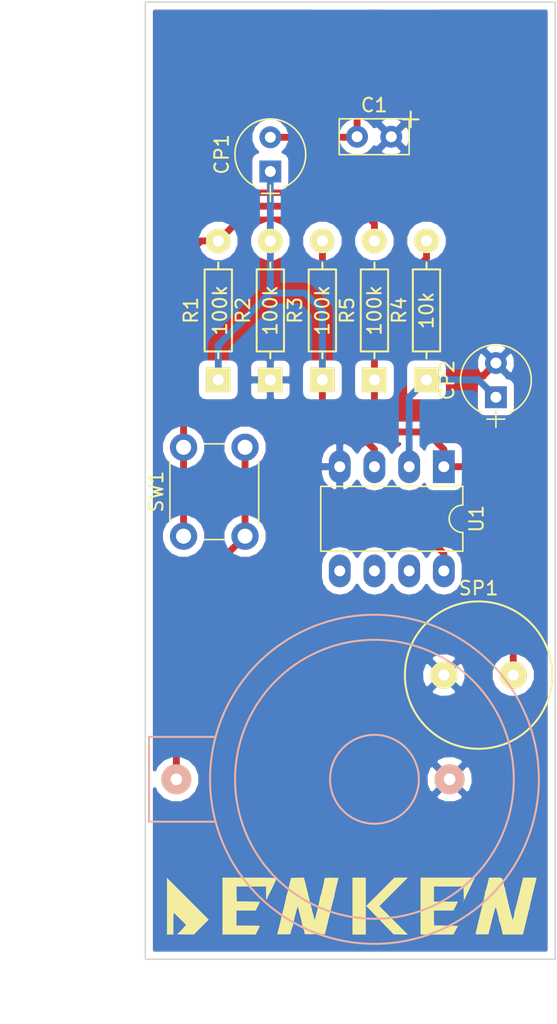
<source format=kicad_pcb>
(kicad_pcb (version 4) (host pcbnew 4.0.2-stable)

  (general
    (links 24)
    (no_connects 1)
    (area 128.594999 73.284999 158.695001 143.385001)
    (thickness 1)
    (drawings 7)
    (tracks 54)
    (zones 0)
    (modules 14)
    (nets 8)
  )

  (page A4)
  (title_block
    (title "metal detector")
    (date 2017-05-12)
    (rev 0A)
    (company ja1ydu)
  )

  (layers
    (0 F.Cu signal)
    (31 B.Cu signal)
    (36 B.SilkS user)
    (37 F.SilkS user)
    (38 B.Mask user)
    (39 F.Mask user)
    (40 Dwgs.User user)
    (41 Cmts.User user)
    (44 Edge.Cuts user)
  )

  (setup
    (last_trace_width 0.25)
    (user_trace_width 0.5)
    (trace_clearance 0.2)
    (zone_clearance 0.508)
    (zone_45_only no)
    (trace_min 0.2)
    (segment_width 0.2)
    (edge_width 0.1)
    (via_size 0.6)
    (via_drill 0.4)
    (via_min_size 0.4)
    (via_min_drill 0.3)
    (uvia_size 0.3)
    (uvia_drill 0.1)
    (uvias_allowed no)
    (uvia_min_size 0.2)
    (uvia_min_drill 0.1)
    (pcb_text_width 0.3)
    (pcb_text_size 1.5 1.5)
    (mod_edge_width 0.15)
    (mod_text_size 1 1)
    (mod_text_width 0.15)
    (pad_size 1.5 1.5)
    (pad_drill 0.6)
    (pad_to_mask_clearance 0)
    (aux_axis_origin 0 0)
    (visible_elements 7FFFFFFF)
    (pcbplotparams
      (layerselection 0x010f0_80000001)
      (usegerberextensions true)
      (excludeedgelayer true)
      (linewidth 0.100000)
      (plotframeref false)
      (viasonmask false)
      (mode 1)
      (useauxorigin false)
      (hpglpennumber 1)
      (hpglpenspeed 20)
      (hpglpendiameter 15)
      (hpglpenoverlay 2)
      (psnegative false)
      (psa4output false)
      (plotreference true)
      (plotvalue true)
      (plotinvisibletext false)
      (padsonsilk false)
      (subtractmaskfromsilk true)
      (outputformat 1)
      (mirror false)
      (drillshape 0)
      (scaleselection 1)
      (outputdirectory ""))
  )

  (net 0 "")
  (net 1 "Net-(BT1-Pad1)")
  (net 2 GND)
  (net 3 "Net-(C1-Pad1)")
  (net 4 "Net-(CP1-Pad1)")
  (net 5 "Net-(CP2-Pad1)")
  (net 6 +BATT)
  (net 7 "Net-(R3-Pad1)")

  (net_class Default "これは標準のネット クラスです。"
    (clearance 0.2)
    (trace_width 0.25)
    (via_dia 0.6)
    (via_drill 0.4)
    (uvia_dia 0.3)
    (uvia_drill 0.1)
    (add_net +BATT)
    (add_net GND)
    (add_net "Net-(BT1-Pad1)")
    (add_net "Net-(C1-Pad1)")
    (add_net "Net-(CP1-Pad1)")
    (add_net "Net-(CP2-Pad1)")
    (add_net "Net-(R3-Pad1)")
  )

  (module Denken:DENKENmicro (layer F.Cu) (tedit 0) (tstamp 59118A78)
    (at 143.764 139.446)
    (fp_text reference G*** (at 0 0) (layer F.SilkS) hide
      (effects (font (thickness 0.3)))
    )
    (fp_text value LOGO (at 0.75 0) (layer F.SilkS) hide
      (effects (font (thickness 0.3)))
    )
    (fp_poly (pts (xy -12.007488 -0.531306) (xy -10.483703 0.991954) (xy -11.567101 2.078182) (xy -12.214369 2.072825)
      (xy -12.439416 2.069637) (xy -12.620149 2.064495) (xy -12.742452 2.058015) (xy -12.792211 2.05081)
      (xy -12.788529 2.047833) (xy -12.727104 2.006329) (xy -12.623194 1.911364) (xy -12.494411 1.779615)
      (xy -12.424043 1.702753) (xy -12.132665 1.377308) (xy -12.565511 0.942654) (xy -12.728142 0.781889)
      (xy -12.868427 0.647987) (xy -12.973235 0.553132) (xy -13.029433 0.509512) (xy -13.033906 0.508)
      (xy -13.045571 0.551681) (xy -13.055629 0.672726) (xy -13.063399 0.85614) (xy -13.068203 1.086931)
      (xy -13.069454 1.293091) (xy -13.069454 2.078182) (xy -13.531272 2.078182) (xy -13.531272 -2.054566)
      (xy -12.007488 -0.531306)) (layer F.SilkS) (width 0.01))
    (fp_poly (pts (xy -7.063237 -2.077355) (xy -6.674973 -2.074992) (xy -6.326092 -2.071268) (xy -6.026021 -2.066356)
      (xy -5.784191 -2.060432) (xy -5.610028 -2.05367) (xy -5.512963 -2.046245) (xy -5.495636 -2.041392)
      (xy -5.515295 -1.990314) (xy -5.570003 -1.870188) (xy -5.653354 -1.694507) (xy -5.758946 -1.476764)
      (xy -5.880373 -1.23045) (xy -5.884737 -1.221665) (xy -6.273838 -0.438727) (xy -6.277283 -0.935181)
      (xy -6.280727 -1.431636) (xy -8.454204 -1.431636) (xy -8.441193 -0.889) (xy -8.428182 -0.346363)
      (xy -7.585363 -0.333776) (xy -7.317875 -0.328682) (xy -7.085383 -0.322153) (xy -6.90236 -0.31477)
      (xy -6.783277 -0.307112) (xy -6.742545 -0.300014) (xy -6.761507 -0.251239) (xy -6.811501 -0.142319)
      (xy -6.882191 0.00431) (xy -6.891003 0.022217) (xy -7.03946 0.323273) (xy -8.451272 0.323273)
      (xy -8.451272 1.431637) (xy -7.596909 1.431637) (xy -7.327488 1.432775) (xy -7.092967 1.435942)
      (xy -6.90772 1.440762) (xy -6.786121 1.446864) (xy -6.742545 1.453853) (xy -6.761518 1.503162)
      (xy -6.81154 1.61251) (xy -6.882263 1.759365) (xy -6.891003 1.777126) (xy -7.03946 2.078182)
      (xy -9.467272 2.078182) (xy -9.467272 -2.078181) (xy -7.481454 -2.078181) (xy -7.063237 -2.077355)) (layer F.SilkS) (width 0.01))
    (fp_poly (pts (xy -3.47093 -1.921616) (xy -3.449108 -1.837525) (xy -3.408522 -1.676213) (xy -3.352272 -1.450198)
      (xy -3.283461 -1.171996) (xy -3.205188 -0.854124) (xy -3.120555 -0.5091) (xy -3.087321 -0.373264)
      (xy -3.002785 -0.030437) (xy -2.924453 0.281644) (xy -2.855147 0.552165) (xy -2.79769 0.770315)
      (xy -2.754906 0.925282) (xy -2.729619 1.006253) (xy -2.724631 1.015675) (xy -2.707366 0.973622)
      (xy -2.673993 0.858801) (xy -2.62872 0.688544) (xy -2.575757 0.480183) (xy -2.519313 0.25105)
      (xy -2.463596 0.018477) (xy -2.412816 -0.200202) (xy -2.371182 -0.387655) (xy -2.342903 -0.526551)
      (xy -2.332188 -0.599556) (xy -2.332182 -0.600363) (xy -2.318443 -0.676692) (xy -2.308575 -0.692727)
      (xy -2.285179 -0.748851) (xy -2.248556 -0.873986) (xy -2.203346 -1.047974) (xy -2.154192 -1.250659)
      (xy -2.105735 -1.461886) (xy -2.062618 -1.661499) (xy -2.029482 -1.82934) (xy -2.010969 -1.945255)
      (xy -2.010271 -1.988022) (xy -1.996102 -2.031127) (xy -1.891034 -2.058984) (xy -1.695271 -2.071566)
      (xy -1.409016 -2.068845) (xy -1.402223 -2.06863) (xy -0.980264 -2.055091) (xy -1.136234 -1.418761)
      (xy -1.191756 -1.188128) (xy -1.237565 -0.989937) (xy -1.269866 -0.841233) (xy -1.284865 -0.759059)
      (xy -1.285316 -0.749125) (xy -1.295594 -0.681869) (xy -1.30861 -0.646545) (xy -1.326823 -0.585335)
      (xy -1.363542 -0.446198) (xy -1.415775 -0.241035) (xy -1.480531 0.018253) (xy -1.554821 0.319767)
      (xy -1.635653 0.651605) (xy -1.656775 0.738909) (xy -1.974757 2.055091) (xy -3.440132 2.055091)
      (xy -3.481537 1.858819) (xy -3.515477 1.73953) (xy -3.552264 1.669907) (xy -3.565287 1.662546)
      (xy -3.589275 1.63527) (xy -3.584746 1.625514) (xy -3.589181 1.57361) (xy -3.612216 1.450039)
      (xy -3.649675 1.272645) (xy -3.697386 1.059272) (xy -3.751174 0.827765) (xy -3.806865 0.59597)
      (xy -3.860284 0.381729) (xy -3.907259 0.202889) (xy -3.943615 0.077294) (xy -3.954167 0.046182)
      (xy -3.973041 0.064535) (xy -4.008846 0.159611) (xy -4.057441 0.318204) (xy -4.114686 0.527109)
      (xy -4.1566 0.691805) (xy -4.215449 0.936344) (xy -4.263515 1.148918) (xy -4.297454 1.313645)
      (xy -4.313918 1.414645) (xy -4.313873 1.438315) (xy -4.326292 1.481699) (xy -4.333754 1.48542)
      (xy -4.36449 1.535155) (xy -4.404848 1.64897) (xy -4.439963 1.778) (xy -4.506751 2.055091)
      (xy -4.978103 2.068252) (xy -5.17406 2.071228) (xy -5.330179 2.068849) (xy -5.427133 2.0617)
      (xy -5.449454 2.054005) (xy -5.438762 2.001137) (xy -5.409608 1.877011) (xy -5.366379 1.699862)
      (xy -5.313459 1.487926) (xy -5.310521 1.476281) (xy -5.257751 1.262141) (xy -5.215501 1.080826)
      (xy -5.187926 0.950907) (xy -5.179185 0.890951) (xy -5.179307 0.890165) (xy -5.170313 0.820068)
      (xy -5.158175 0.785091) (xy -5.134445 0.710473) (xy -5.096019 0.570514) (xy -5.047588 0.384337)
      (xy -4.993847 0.171064) (xy -4.939488 -0.05018) (xy -4.889205 -0.260274) (xy -4.847691 -0.440093)
      (xy -4.819638 -0.570516) (xy -4.809741 -0.632419) (xy -4.809904 -0.633989) (xy -4.8008 -0.703892)
      (xy -4.788575 -0.738909) (xy -4.767296 -0.807408) (xy -4.729115 -0.947063) (xy -4.678951 -1.13928)
      (xy -4.621723 -1.365466) (xy -4.605281 -1.431636) (xy -4.450986 -2.055091) (xy -3.983011 -2.068223)
      (xy -3.515036 -2.081354) (xy -3.47093 -1.921616)) (layer F.SilkS) (width 0.01))
    (fp_poly (pts (xy 1.016 2.078182) (xy 0.046182 2.078182) (xy 0.046182 -2.078181) (xy 1.016 -2.078181)
      (xy 1.016 2.078182)) (layer F.SilkS) (width 0.01))
    (fp_poly (pts (xy 3.048 -1.039091) (xy 2.009679 0) (xy 4.087091 2.081582) (xy 3.571703 2.074585)
      (xy 3.056316 2.067588) (xy 2.052937 1.028941) (xy 1.049559 -0.009705) (xy 3.116503 -2.078181)
      (xy 4.086321 -2.078181) (xy 3.048 -1.039091)) (layer F.SilkS) (width 0.01))
    (fp_poly (pts (xy 8.597818 -1.241394) (xy 8.197273 -0.404606) (xy 8.171157 -1.431636) (xy 6.003637 -1.431636)
      (xy 6.003637 -0.323272) (xy 7.759707 -0.323272) (xy 7.596909 0) (xy 7.434112 0.323273)
      (xy 6.003637 0.323273) (xy 6.003637 0.877455) (xy 6.006331 1.090751) (xy 6.013673 1.265047)
      (xy 6.024552 1.382732) (xy 6.037855 1.426194) (xy 6.038273 1.426168) (xy 6.119731 1.420975)
      (xy 6.266265 1.41882) (xy 6.461139 1.419312) (xy 6.687623 1.422056) (xy 6.928982 1.426661)
      (xy 7.168484 1.432732) (xy 7.389396 1.439878) (xy 7.574984 1.447704) (xy 7.708515 1.455818)
      (xy 7.773257 1.463828) (xy 7.776048 1.46698) (xy 7.730408 1.523133) (xy 7.660174 1.638019)
      (xy 7.580414 1.786956) (xy 7.57911 1.789546) (xy 7.433943 2.078182) (xy 5.033818 2.078182)
      (xy 5.033818 -2.078181) (xy 8.998364 -2.078181) (xy 8.597818 -1.241394)) (layer F.SilkS) (width 0.01))
    (fp_poly (pts (xy 10.728332 -2.078015) (xy 10.871817 -2.070243) (xy 10.959014 -2.043955) (xy 11.007929 -1.988243)
      (xy 11.036572 -1.892197) (xy 11.06295 -1.744907) (xy 11.063223 -1.743363) (xy 11.091498 -1.632327)
      (xy 11.123312 -1.573173) (xy 11.130635 -1.570181) (xy 11.150297 -1.533272) (xy 11.1432 -1.477818)
      (xy 11.144958 -1.402679) (xy 11.173339 -1.385454) (xy 11.206914 -1.358935) (xy 11.200755 -1.341964)
      (xy 11.205282 -1.289638) (xy 11.228945 -1.163002) (xy 11.268139 -0.977267) (xy 11.31926 -0.747644)
      (xy 11.378702 -0.489344) (xy 11.44286 -0.217578) (xy 11.508129 0.052444) (xy 11.570903 0.305512)
      (xy 11.627579 0.526413) (xy 11.67455 0.699938) (xy 11.708212 0.810876) (xy 11.715833 0.831273)
      (xy 11.735633 0.936131) (xy 11.733606 0.969819) (xy 11.74062 1.010792) (xy 11.766225 0.992909)
      (xy 11.804467 0.919788) (xy 11.844445 0.796293) (xy 11.878015 0.656501) (xy 11.897029 0.534494)
      (xy 11.893343 0.464348) (xy 11.892792 0.463394) (xy 11.895785 0.413464) (xy 11.904384 0.408036)
      (xy 11.924232 0.360816) (xy 11.962045 0.235345) (xy 12.014715 0.043302) (xy 12.079132 -0.203636)
      (xy 12.15219 -0.493792) (xy 12.230778 -0.81549) (xy 12.23735 -0.842818) (xy 12.534086 -2.078181)
      (xy 13.518531 -2.078181) (xy 13.267882 -1.050636) (xy 13.195254 -0.749462) (xy 13.13013 -0.472868)
      (xy 13.075793 -0.235334) (xy 13.035526 -0.051339) (xy 13.012614 0.064637) (xy 13.008708 0.092364)
      (xy 12.993393 0.188981) (xy 12.975631 0.230909) (xy 12.957279 0.281444) (xy 12.922194 0.406481)
      (xy 12.874432 0.590529) (xy 12.81805 0.818094) (xy 12.776117 0.992909) (xy 12.713595 1.256003)
      (xy 12.655105 1.500396) (xy 12.60543 1.706236) (xy 12.56935 1.853669) (xy 12.556433 1.905)
      (xy 12.511713 2.078182) (xy 11.054112 2.078182) (xy 10.945091 1.616364) (xy 10.897289 1.424626)
      (xy 10.854352 1.271779) (xy 10.821871 1.176677) (xy 10.808113 1.154546) (xy 10.783931 1.116228)
      (xy 10.779246 1.073728) (xy 10.767816 0.987493) (xy 10.738604 0.843318) (xy 10.697565 0.664957)
      (xy 10.65065 0.476168) (xy 10.603813 0.300708) (xy 10.563006 0.162331) (xy 10.534183 0.084795)
      (xy 10.529702 0.07787) (xy 10.509407 0.109543) (xy 10.471105 0.218959) (xy 10.418345 0.394049)
      (xy 10.354675 0.622743) (xy 10.283645 0.892972) (xy 10.244533 1.047688) (xy 9.993217 2.055091)
      (xy 9.522427 2.068252) (xy 9.316484 2.070035) (xy 9.159533 2.063511) (xy 9.068131 2.049737)
      (xy 9.051637 2.038237) (xy 9.062251 1.984586) (xy 9.092393 1.851992) (xy 9.139504 1.651202)
      (xy 9.201031 1.392958) (xy 9.274418 1.088004) (xy 9.35711 0.747085) (xy 9.421054 0.485061)
      (xy 9.508082 0.125112) (xy 9.586295 -0.206576) (xy 9.653322 -0.499287) (xy 9.706788 -0.742304)
      (xy 9.74432 -0.924912) (xy 9.763546 -1.036394) (xy 9.764692 -1.066651) (xy 9.765688 -1.106181)
      (xy 9.776275 -1.108388) (xy 9.801115 -1.150498) (xy 9.839473 -1.264496) (xy 9.885693 -1.431921)
      (xy 9.924844 -1.593298) (xy 10.036051 -2.078181) (xy 10.51055 -2.078181) (xy 10.728332 -2.078015)) (layer F.SilkS) (width 0.01))
    (fp_poly (pts (xy 8.174182 -0.346363) (xy 8.151091 -0.323272) (xy 8.128 -0.346363) (xy 8.151091 -0.369454)
      (xy 8.174182 -0.346363)) (layer F.SilkS) (width 0.01))
  )

  (module Denken:BS2032-C (layer B.Cu) (tedit 5770BFED) (tstamp 58F9EF2E)
    (at 145.415 130.175 270)
    (path /58F9EAA9)
    (fp_text reference BT1 (at 0 -13.97 270) (layer B.SilkS) hide
      (effects (font (size 1 1) (thickness 0.15)) (justify mirror))
    )
    (fp_text value Battery (at 0 17.78 270) (layer B.Fab) hide
      (effects (font (size 1 1) (thickness 0.15)) (justify mirror))
    )
    (fp_line (start 3.1 11.7) (end 3.1 16.5) (layer B.SilkS) (width 0.15))
    (fp_line (start 3.1 16.5) (end -3.1 16.5) (layer B.SilkS) (width 0.15))
    (fp_line (start -3.1 16.5) (end -3.1 11.7) (layer B.SilkS) (width 0.15))
    (fp_circle (center 0 0) (end 11.45 -3.7) (layer B.SilkS) (width 0.15))
    (fp_circle (center 0 0) (end 10.2 0.1) (layer B.SilkS) (width 0.15))
    (fp_circle (center 0 0) (end 3.25 0.03) (layer B.SilkS) (width 0.15))
    (pad 1 thru_hole circle (at 0 14.5 270) (size 2.2 2.2) (drill 0.85) (layers *.Cu *.Mask B.SilkS)
      (net 1 "Net-(BT1-Pad1)"))
    (pad 2 thru_hole circle (at 0 -5.5 270) (size 2.2 2.2) (drill 0.85) (layers *.Cu *.Mask B.SilkS)
      (net 2 GND))
  )

  (module Capacitors_ThroughHole:C_Disc_D5.0mm_W2.5mm_P2.50mm (layer F.Cu) (tedit 58765D06) (tstamp 58F9EF34)
    (at 144.145 83.185)
    (descr "C, Disc series, Radial, pin pitch=2.50mm, , diameter*width=5*2.5mm^2, Capacitor, http://cdn-reichelt.de/documents/datenblatt/B300/DS_KERKO_TC.pdf")
    (tags "C Disc series Radial pin pitch 2.50mm  diameter 5mm width 2.5mm Capacitor")
    (path /58B1137A)
    (fp_text reference C1 (at 1.25 -2.31) (layer F.SilkS)
      (effects (font (size 1 1) (thickness 0.15)))
    )
    (fp_text value 4700p (at 1.25 2.31) (layer F.Fab)
      (effects (font (size 1 1) (thickness 0.15)))
    )
    (fp_line (start -1.25 -1.25) (end -1.25 1.25) (layer F.Fab) (width 0.1))
    (fp_line (start -1.25 1.25) (end 3.75 1.25) (layer F.Fab) (width 0.1))
    (fp_line (start 3.75 1.25) (end 3.75 -1.25) (layer F.Fab) (width 0.1))
    (fp_line (start 3.75 -1.25) (end -1.25 -1.25) (layer F.Fab) (width 0.1))
    (fp_line (start -1.31 -1.31) (end 3.81 -1.31) (layer F.SilkS) (width 0.12))
    (fp_line (start -1.31 1.31) (end 3.81 1.31) (layer F.SilkS) (width 0.12))
    (fp_line (start -1.31 -1.31) (end -1.31 1.31) (layer F.SilkS) (width 0.12))
    (fp_line (start 3.81 -1.31) (end 3.81 1.31) (layer F.SilkS) (width 0.12))
    (fp_line (start -1.6 -1.6) (end -1.6 1.6) (layer F.CrtYd) (width 0.05))
    (fp_line (start -1.6 1.6) (end 4.1 1.6) (layer F.CrtYd) (width 0.05))
    (fp_line (start 4.1 1.6) (end 4.1 -1.6) (layer F.CrtYd) (width 0.05))
    (fp_line (start 4.1 -1.6) (end -1.6 -1.6) (layer F.CrtYd) (width 0.05))
    (pad 1 thru_hole circle (at 0 0) (size 1.6 1.6) (drill 0.8) (layers *.Cu *.Mask)
      (net 3 "Net-(C1-Pad1)"))
    (pad 2 thru_hole circle (at 2.5 0) (size 1.6 1.6) (drill 0.8) (layers *.Cu *.Mask)
      (net 2 GND))
    (model Capacitors_THT.3dshapes/C_Disc_D5.0mm_W2.5mm_P2.50mm.wrl
      (at (xyz 0 0 0))
      (scale (xyz 0.393701 0.393701 0.393701))
      (rotate (xyz 0 0 0))
    )
  )

  (module Capacitors_ThroughHole:CP_Radial_Tantal_D5.0mm_P2.50mm (layer F.Cu) (tedit 58765D06) (tstamp 58F9EF3A)
    (at 137.795 85.725 90)
    (descr "CP, Radial_Tantal series, Radial, pin pitch=2.50mm, , diameter=5.0mm, Tantal Electrolytic Capacitor, http://cdn-reichelt.de/documents/datenblatt/B300/TANTAL-TB-Serie%23.pdf")
    (tags "CP Radial_Tantal series Radial pin pitch 2.50mm  diameter 5.0mm Tantal Electrolytic Capacitor")
    (path /58B1159B)
    (fp_text reference CP1 (at 1.25 -3.56 90) (layer F.SilkS)
      (effects (font (size 1 1) (thickness 0.15)))
    )
    (fp_text value 10u (at 1.25 3.56 90) (layer F.Fab)
      (effects (font (size 1 1) (thickness 0.15)))
    )
    (fp_arc (start 1.25 0) (end -1.147436 -0.98) (angle 135.5) (layer F.SilkS) (width 0.12))
    (fp_arc (start 1.25 0) (end -1.147436 0.98) (angle -135.5) (layer F.SilkS) (width 0.12))
    (fp_arc (start 1.25 0) (end 3.647436 -0.98) (angle 44.5) (layer F.SilkS) (width 0.12))
    (fp_circle (center 1.25 0) (end 3.75 0) (layer F.Fab) (width 0.1))
    (fp_line (start -2.2 0) (end -1 0) (layer F.Fab) (width 0.1))
    (fp_line (start -1.6 -0.65) (end -1.6 0.65) (layer F.Fab) (width 0.1))
    (fp_line (start -2.2 0) (end -1 0) (layer F.SilkS) (width 0.12))
    (fp_line (start -1.6 -0.65) (end -1.6 0.65) (layer F.SilkS) (width 0.12))
    (fp_line (start -1.6 -2.85) (end -1.6 2.85) (layer F.CrtYd) (width 0.05))
    (fp_line (start -1.6 2.85) (end 4.1 2.85) (layer F.CrtYd) (width 0.05))
    (fp_line (start 4.1 2.85) (end 4.1 -2.85) (layer F.CrtYd) (width 0.05))
    (fp_line (start 4.1 -2.85) (end -1.6 -2.85) (layer F.CrtYd) (width 0.05))
    (pad 1 thru_hole rect (at 0 0 90) (size 1.6 1.6) (drill 0.8) (layers *.Cu *.Mask)
      (net 4 "Net-(CP1-Pad1)"))
    (pad 2 thru_hole circle (at 2.5 0 90) (size 1.6 1.6) (drill 0.8) (layers *.Cu *.Mask)
      (net 3 "Net-(C1-Pad1)"))
    (model Capacitors_THT.3dshapes/CP_Radial_Tantal_D5.0mm_P2.50mm.wrl
      (at (xyz 0 0 0))
      (scale (xyz 0.393701 0.393701 0.393701))
      (rotate (xyz 0 0 0))
    )
  )

  (module Capacitors_ThroughHole:CP_Radial_Tantal_D5.0mm_P2.50mm (layer F.Cu) (tedit 58765D06) (tstamp 58F9EF40)
    (at 154.305 102.235 90)
    (descr "CP, Radial_Tantal series, Radial, pin pitch=2.50mm, , diameter=5.0mm, Tantal Electrolytic Capacitor, http://cdn-reichelt.de/documents/datenblatt/B300/TANTAL-TB-Serie%23.pdf")
    (tags "CP Radial_Tantal series Radial pin pitch 2.50mm  diameter 5.0mm Tantal Electrolytic Capacitor")
    (path /58B13DDD)
    (fp_text reference CP2 (at 1.25 -3.56 90) (layer F.SilkS)
      (effects (font (size 1 1) (thickness 0.15)))
    )
    (fp_text value 4.7u (at 1.25 3.56 90) (layer F.Fab)
      (effects (font (size 1 1) (thickness 0.15)))
    )
    (fp_arc (start 1.25 0) (end -1.147436 -0.98) (angle 135.5) (layer F.SilkS) (width 0.12))
    (fp_arc (start 1.25 0) (end -1.147436 0.98) (angle -135.5) (layer F.SilkS) (width 0.12))
    (fp_arc (start 1.25 0) (end 3.647436 -0.98) (angle 44.5) (layer F.SilkS) (width 0.12))
    (fp_circle (center 1.25 0) (end 3.75 0) (layer F.Fab) (width 0.1))
    (fp_line (start -2.2 0) (end -1 0) (layer F.Fab) (width 0.1))
    (fp_line (start -1.6 -0.65) (end -1.6 0.65) (layer F.Fab) (width 0.1))
    (fp_line (start -2.2 0) (end -1 0) (layer F.SilkS) (width 0.12))
    (fp_line (start -1.6 -0.65) (end -1.6 0.65) (layer F.SilkS) (width 0.12))
    (fp_line (start -1.6 -2.85) (end -1.6 2.85) (layer F.CrtYd) (width 0.05))
    (fp_line (start -1.6 2.85) (end 4.1 2.85) (layer F.CrtYd) (width 0.05))
    (fp_line (start 4.1 2.85) (end 4.1 -2.85) (layer F.CrtYd) (width 0.05))
    (fp_line (start 4.1 -2.85) (end -1.6 -2.85) (layer F.CrtYd) (width 0.05))
    (pad 1 thru_hole rect (at 0 0 90) (size 1.6 1.6) (drill 0.8) (layers *.Cu *.Mask)
      (net 5 "Net-(CP2-Pad1)"))
    (pad 2 thru_hole circle (at 2.5 0 90) (size 1.6 1.6) (drill 0.8) (layers *.Cu *.Mask)
      (net 2 GND))
    (model Capacitors_THT.3dshapes/CP_Radial_Tantal_D5.0mm_P2.50mm.wrl
      (at (xyz 0 0 0))
      (scale (xyz 0.393701 0.393701 0.393701))
      (rotate (xyz 0 0 0))
    )
  )

  (module Denken:LED (layer F.Cu) (tedit 57F5B586) (tstamp 58F9EF46)
    (at 145.415 76.835 90)
    (path /58B117A5)
    (fp_text reference INDUCTOR1 (at 0 5.08 90) (layer F.SilkS) hide
      (effects (font (size 1 1) (thickness 0.15)))
    )
    (fp_text value 100uH (at -5.08 0 90) (layer F.Fab)
      (effects (font (size 1 1) (thickness 0.15)))
    )
    (fp_text user + (at -5.08 2.54 90) (layer F.SilkS)
      (effects (font (size 1.5 1.5) (thickness 0.15)))
    )
    (pad 1 smd rect (at 0 -2.54 90) (size 5 3) (layers F.Cu F.Mask)
      (net 3 "Net-(C1-Pad1)"))
    (pad 2 smd rect (at 0 2.54 90) (size 5 3) (layers F.Cu F.Mask)
      (net 2 GND))
  )

  (module Denken:Rdenkensize (layer F.Cu) (tedit 59118866) (tstamp 58F9EF4C)
    (at 133.985 95.885 270)
    (path /58B11211)
    (fp_text reference R1 (at 0 2 270) (layer F.SilkS)
      (effects (font (size 1 1) (thickness 0.15)))
    )
    (fp_text value 100k (at 0 -0.127 270) (layer F.SilkS)
      (effects (font (size 1 1) (thickness 0.15)))
    )
    (fp_line (start 3 0) (end 3.5 0) (layer F.SilkS) (width 0.15))
    (fp_line (start -3 0) (end -3.5 0) (layer F.SilkS) (width 0.15))
    (fp_line (start 3 1) (end -3 1) (layer F.SilkS) (width 0.15))
    (fp_line (start -3 1) (end -3 -1) (layer F.SilkS) (width 0.15))
    (fp_line (start 3 -1) (end 3 1) (layer F.SilkS) (width 0.15))
    (fp_line (start -3 -1) (end 3 -1) (layer F.SilkS) (width 0.15))
    (pad 1 thru_hole circle (at -5.08 0 270) (size 1.8 1.8) (drill 0.8) (layers *.Cu *.Mask F.SilkS)
      (net 6 +BATT))
    (pad 2 thru_hole rect (at 5.08 0 270) (size 1.8 1.8) (drill 0.8) (layers *.Cu *.Mask F.SilkS)
      (net 4 "Net-(CP1-Pad1)"))
  )

  (module Denken:Rdenkensize (layer F.Cu) (tedit 59118861) (tstamp 58F9EF52)
    (at 137.795 95.885 270)
    (path /58B11238)
    (fp_text reference R2 (at 0 2 270) (layer F.SilkS)
      (effects (font (size 1 1) (thickness 0.15)))
    )
    (fp_text value 100k (at 0 0 270) (layer F.SilkS)
      (effects (font (size 1 1) (thickness 0.15)))
    )
    (fp_line (start 3 0) (end 3.5 0) (layer F.SilkS) (width 0.15))
    (fp_line (start -3 0) (end -3.5 0) (layer F.SilkS) (width 0.15))
    (fp_line (start 3 1) (end -3 1) (layer F.SilkS) (width 0.15))
    (fp_line (start -3 1) (end -3 -1) (layer F.SilkS) (width 0.15))
    (fp_line (start 3 -1) (end 3 1) (layer F.SilkS) (width 0.15))
    (fp_line (start -3 -1) (end 3 -1) (layer F.SilkS) (width 0.15))
    (pad 1 thru_hole circle (at -5.08 0 270) (size 1.8 1.8) (drill 0.8) (layers *.Cu *.Mask F.SilkS)
      (net 4 "Net-(CP1-Pad1)"))
    (pad 2 thru_hole rect (at 5.08 0 270) (size 1.8 1.8) (drill 0.8) (layers *.Cu *.Mask F.SilkS)
      (net 2 GND))
  )

  (module Denken:Rdenkensize (layer F.Cu) (tedit 59118859) (tstamp 58F9EF58)
    (at 141.605 95.885 270)
    (path /58B110D7)
    (fp_text reference R3 (at 0 2 270) (layer F.SilkS)
      (effects (font (size 1 1) (thickness 0.15)))
    )
    (fp_text value 100k (at 0 0 270) (layer F.SilkS)
      (effects (font (size 1 1) (thickness 0.15)))
    )
    (fp_line (start 3 0) (end 3.5 0) (layer F.SilkS) (width 0.15))
    (fp_line (start -3 0) (end -3.5 0) (layer F.SilkS) (width 0.15))
    (fp_line (start 3 1) (end -3 1) (layer F.SilkS) (width 0.15))
    (fp_line (start -3 1) (end -3 -1) (layer F.SilkS) (width 0.15))
    (fp_line (start 3 -1) (end 3 1) (layer F.SilkS) (width 0.15))
    (fp_line (start -3 -1) (end 3 -1) (layer F.SilkS) (width 0.15))
    (pad 1 thru_hole circle (at -5.08 0 270) (size 1.8 1.8) (drill 0.8) (layers *.Cu *.Mask F.SilkS)
      (net 7 "Net-(R3-Pad1)"))
    (pad 2 thru_hole rect (at 5.08 0 270) (size 1.8 1.8) (drill 0.8) (layers *.Cu *.Mask F.SilkS)
      (net 4 "Net-(CP1-Pad1)"))
  )

  (module Denken:Rdenkensize (layer F.Cu) (tedit 5911884D) (tstamp 58F9EF5E)
    (at 149.225 95.885 270)
    (path /58B10F7E)
    (fp_text reference R4 (at 0 2 270) (layer F.SilkS)
      (effects (font (size 1 1) (thickness 0.15)))
    )
    (fp_text value 10k (at 0 0 270) (layer F.SilkS)
      (effects (font (size 1 1) (thickness 0.15)))
    )
    (fp_line (start 3 0) (end 3.5 0) (layer F.SilkS) (width 0.15))
    (fp_line (start -3 0) (end -3.5 0) (layer F.SilkS) (width 0.15))
    (fp_line (start 3 1) (end -3 1) (layer F.SilkS) (width 0.15))
    (fp_line (start -3 1) (end -3 -1) (layer F.SilkS) (width 0.15))
    (fp_line (start 3 -1) (end 3 1) (layer F.SilkS) (width 0.15))
    (fp_line (start -3 -1) (end 3 -1) (layer F.SilkS) (width 0.15))
    (pad 1 thru_hole circle (at -5.08 0 270) (size 1.8 1.8) (drill 0.8) (layers *.Cu *.Mask F.SilkS)
      (net 7 "Net-(R3-Pad1)"))
    (pad 2 thru_hole rect (at 5.08 0 270) (size 1.8 1.8) (drill 0.8) (layers *.Cu *.Mask F.SilkS)
      (net 5 "Net-(CP2-Pad1)"))
  )

  (module Denken:Rdenkensize (layer F.Cu) (tedit 59118854) (tstamp 58F9EF64)
    (at 145.415 95.885 270)
    (path /58B10F27)
    (fp_text reference R5 (at 0 2 270) (layer F.SilkS)
      (effects (font (size 1 1) (thickness 0.15)))
    )
    (fp_text value 100k (at 0 0 270) (layer F.SilkS)
      (effects (font (size 1 1) (thickness 0.15)))
    )
    (fp_line (start 3 0) (end 3.5 0) (layer F.SilkS) (width 0.15))
    (fp_line (start -3 0) (end -3.5 0) (layer F.SilkS) (width 0.15))
    (fp_line (start 3 1) (end -3 1) (layer F.SilkS) (width 0.15))
    (fp_line (start -3 1) (end -3 -1) (layer F.SilkS) (width 0.15))
    (fp_line (start 3 -1) (end 3 1) (layer F.SilkS) (width 0.15))
    (fp_line (start -3 -1) (end 3 -1) (layer F.SilkS) (width 0.15))
    (pad 1 thru_hole circle (at -5.08 0 270) (size 1.8 1.8) (drill 0.8) (layers *.Cu *.Mask F.SilkS)
      (net 6 +BATT))
    (pad 2 thru_hole rect (at 5.08 0 270) (size 1.8 1.8) (drill 0.8) (layers *.Cu *.Mask F.SilkS)
      (net 7 "Net-(R3-Pad1)"))
  )

  (module Denken:Speaker (layer F.Cu) (tedit 5802B713) (tstamp 58F9EF6A)
    (at 153.035 122.555 180)
    (path /58B10CC6)
    (fp_text reference SP1 (at 0 6.35 180) (layer F.SilkS)
      (effects (font (size 1 1) (thickness 0.15)))
    )
    (fp_text value SPEAKER (at 0 -6.35 180) (layer F.Fab)
      (effects (font (size 1 1) (thickness 0.15)))
    )
    (fp_circle (center 0 0) (end 3.81 3.81) (layer F.SilkS) (width 0.15))
    (pad 1 thru_hole circle (at -2.54 0 180) (size 2 2) (drill 0.8) (layers *.Cu *.Mask F.SilkS)
      (net 7 "Net-(R3-Pad1)"))
    (pad 2 thru_hole circle (at 2.54 0 180) (size 2 2) (drill 0.8) (layers *.Cu *.Mask F.SilkS)
      (net 2 GND))
  )

  (module Buttons_Switches_ThroughHole:SW_PUSH_6mm_h13mm (layer F.Cu) (tedit 58134E4A) (tstamp 58F9EF72)
    (at 131.445 112.395 90)
    (descr "tactile push button, 6x6mm e.g. PHAP33xx series, height=13mm")
    (tags "tact sw push 6mm")
    (path /58B14B96)
    (fp_text reference SW1 (at 3.25 -2 90) (layer F.SilkS)
      (effects (font (size 1 1) (thickness 0.15)))
    )
    (fp_text value SW_PUSH (at 3.75 6.7 90) (layer F.Fab)
      (effects (font (size 1 1) (thickness 0.15)))
    )
    (fp_line (start 3.25 -0.75) (end 6.25 -0.75) (layer F.Fab) (width 0.1))
    (fp_line (start 6.25 -0.75) (end 6.25 5.25) (layer F.Fab) (width 0.1))
    (fp_line (start 6.25 5.25) (end 0.25 5.25) (layer F.Fab) (width 0.1))
    (fp_line (start 0.25 5.25) (end 0.25 -0.75) (layer F.Fab) (width 0.1))
    (fp_line (start 0.25 -0.75) (end 3.25 -0.75) (layer F.Fab) (width 0.1))
    (fp_line (start 7.75 6) (end 8 6) (layer F.CrtYd) (width 0.05))
    (fp_line (start 8 6) (end 8 5.75) (layer F.CrtYd) (width 0.05))
    (fp_line (start 7.75 -1.5) (end 8 -1.5) (layer F.CrtYd) (width 0.05))
    (fp_line (start 8 -1.5) (end 8 -1.25) (layer F.CrtYd) (width 0.05))
    (fp_line (start -1.5 -1.25) (end -1.5 -1.5) (layer F.CrtYd) (width 0.05))
    (fp_line (start -1.5 -1.5) (end -1.25 -1.5) (layer F.CrtYd) (width 0.05))
    (fp_line (start -1.5 5.75) (end -1.5 6) (layer F.CrtYd) (width 0.05))
    (fp_line (start -1.5 6) (end -1.25 6) (layer F.CrtYd) (width 0.05))
    (fp_line (start -1.25 -1.5) (end 7.75 -1.5) (layer F.CrtYd) (width 0.05))
    (fp_line (start -1.5 5.75) (end -1.5 -1.25) (layer F.CrtYd) (width 0.05))
    (fp_line (start 7.75 6) (end -1.25 6) (layer F.CrtYd) (width 0.05))
    (fp_line (start 8 -1.25) (end 8 5.75) (layer F.CrtYd) (width 0.05))
    (fp_line (start 1 5.5) (end 5.5 5.5) (layer F.SilkS) (width 0.12))
    (fp_line (start -0.25 1.5) (end -0.25 3) (layer F.SilkS) (width 0.12))
    (fp_line (start 5.5 -1) (end 1 -1) (layer F.SilkS) (width 0.12))
    (fp_line (start 6.75 3) (end 6.75 1.5) (layer F.SilkS) (width 0.12))
    (fp_circle (center 3.25 2.25) (end 1.25 2.5) (layer F.Fab) (width 0.1))
    (pad 2 thru_hole circle (at 0 4.5 180) (size 2 2) (drill 1.1) (layers *.Cu *.Mask)
      (net 1 "Net-(BT1-Pad1)"))
    (pad 1 thru_hole circle (at 0 0 180) (size 2 2) (drill 1.1) (layers *.Cu *.Mask)
      (net 6 +BATT))
    (pad 2 thru_hole circle (at 6.5 4.5 180) (size 2 2) (drill 1.1) (layers *.Cu *.Mask)
      (net 1 "Net-(BT1-Pad1)"))
    (pad 1 thru_hole circle (at 6.5 0 180) (size 2 2) (drill 1.1) (layers *.Cu *.Mask)
      (net 6 +BATT))
    (model Buttons_Switches_THT.3dshapes/SW_PUSH_6mm_h13mm.wrl
      (at (xyz 0.005 0 0))
      (scale (xyz 0.3937 0.3937 0.3937))
      (rotate (xyz 0 0 0))
    )
  )

  (module Housings_DIP:DIP-8_W7.62mm_LongPads (layer F.Cu) (tedit 58CC8E33) (tstamp 58F9EF7E)
    (at 150.495 107.315 270)
    (descr "8-lead dip package, row spacing 7.62 mm (300 mils), LongPads")
    (tags "DIL DIP PDIP 2.54mm 7.62mm 300mil LongPads")
    (path /58B109F9)
    (fp_text reference U1 (at 3.81 -2.39 270) (layer F.SilkS)
      (effects (font (size 1 1) (thickness 0.15)))
    )
    (fp_text value LM293 (at 3.81 10.01 270) (layer F.Fab)
      (effects (font (size 1 1) (thickness 0.15)))
    )
    (fp_text user %R (at 3.81 3.81 270) (layer F.Fab)
      (effects (font (size 1 1) (thickness 0.15)))
    )
    (fp_line (start 1.635 -1.27) (end 6.985 -1.27) (layer F.Fab) (width 0.1))
    (fp_line (start 6.985 -1.27) (end 6.985 8.89) (layer F.Fab) (width 0.1))
    (fp_line (start 6.985 8.89) (end 0.635 8.89) (layer F.Fab) (width 0.1))
    (fp_line (start 0.635 8.89) (end 0.635 -0.27) (layer F.Fab) (width 0.1))
    (fp_line (start 0.635 -0.27) (end 1.635 -1.27) (layer F.Fab) (width 0.1))
    (fp_line (start 2.81 -1.39) (end 1.44 -1.39) (layer F.SilkS) (width 0.12))
    (fp_line (start 1.44 -1.39) (end 1.44 9.01) (layer F.SilkS) (width 0.12))
    (fp_line (start 1.44 9.01) (end 6.18 9.01) (layer F.SilkS) (width 0.12))
    (fp_line (start 6.18 9.01) (end 6.18 -1.39) (layer F.SilkS) (width 0.12))
    (fp_line (start 6.18 -1.39) (end 4.81 -1.39) (layer F.SilkS) (width 0.12))
    (fp_line (start -1.5 -1.6) (end -1.5 9.2) (layer F.CrtYd) (width 0.05))
    (fp_line (start -1.5 9.2) (end 9.1 9.2) (layer F.CrtYd) (width 0.05))
    (fp_line (start 9.1 9.2) (end 9.1 -1.6) (layer F.CrtYd) (width 0.05))
    (fp_line (start 9.1 -1.6) (end -1.5 -1.6) (layer F.CrtYd) (width 0.05))
    (fp_arc (start 3.81 -1.39) (end 2.81 -1.39) (angle -180) (layer F.SilkS) (width 0.12))
    (pad 1 thru_hole rect (at 0 0 270) (size 2.4 1.6) (drill 0.8) (layers *.Cu *.Mask)
      (net 7 "Net-(R3-Pad1)"))
    (pad 5 thru_hole oval (at 7.62 7.62 270) (size 2.4 1.6) (drill 0.8) (layers *.Cu *.Mask))
    (pad 2 thru_hole oval (at 0 2.54 270) (size 2.4 1.6) (drill 0.8) (layers *.Cu *.Mask)
      (net 5 "Net-(CP2-Pad1)"))
    (pad 6 thru_hole oval (at 7.62 5.08 270) (size 2.4 1.6) (drill 0.8) (layers *.Cu *.Mask))
    (pad 3 thru_hole oval (at 0 5.08 270) (size 2.4 1.6) (drill 0.8) (layers *.Cu *.Mask)
      (net 4 "Net-(CP1-Pad1)"))
    (pad 7 thru_hole oval (at 7.62 2.54 270) (size 2.4 1.6) (drill 0.8) (layers *.Cu *.Mask))
    (pad 4 thru_hole oval (at 0 7.62 270) (size 2.4 1.6) (drill 0.8) (layers *.Cu *.Mask)
      (net 2 GND))
    (pad 8 thru_hole oval (at 7.62 0 270) (size 2.4 1.6) (drill 0.8) (layers *.Cu *.Mask)
      (net 6 +BATT))
    (model Housings_DIP.3dshapes/DIP-8_W7.62mm_LongPads.wrl
      (at (xyz 0 0 0))
      (scale (xyz 1 1 1))
      (rotate (xyz 0 0 0))
    )
  )

  (gr_line (start 158.645 73.335) (end 128.645 73.335) (angle 90) (layer Edge.Cuts) (width 0.1))
  (gr_line (start 158.645 143.335) (end 158.645 73.335) (angle 90) (layer Edge.Cuts) (width 0.1))
  (gr_line (start 128.645 143.335) (end 158.645 143.335) (angle 90) (layer Edge.Cuts) (width 0.1))
  (dimension 30 (width 0.3) (layer Dwgs.User)
    (gr_text "30.000 mm" (at 143.645 148.685) (layer Dwgs.User)
      (effects (font (size 1.5 1.5) (thickness 0.3)))
    )
    (feature1 (pts (xy 158.645 143.335) (xy 158.645 150.035)))
    (feature2 (pts (xy 128.645 143.335) (xy 128.645 150.035)))
    (crossbar (pts (xy 128.645 147.335) (xy 158.645 147.335)))
    (arrow1a (pts (xy 158.645 147.335) (xy 157.518496 147.921421)))
    (arrow1b (pts (xy 158.645 147.335) (xy 157.518496 146.748579)))
    (arrow2a (pts (xy 128.645 147.335) (xy 129.771504 147.921421)))
    (arrow2b (pts (xy 128.645 147.335) (xy 129.771504 146.748579)))
  )
  (dimension 70 (width 0.3) (layer Dwgs.User)
    (gr_text "70.000 mm" (at 124.295 108.335 90) (layer Dwgs.User)
      (effects (font (size 1.5 1.5) (thickness 0.3)))
    )
    (feature1 (pts (xy 128.645 73.335) (xy 122.945 73.335)))
    (feature2 (pts (xy 128.645 143.335) (xy 122.945 143.335)))
    (crossbar (pts (xy 125.645 143.335) (xy 125.645 73.335)))
    (arrow1a (pts (xy 125.645 73.335) (xy 126.231421 74.461504)))
    (arrow1b (pts (xy 125.645 73.335) (xy 125.058579 74.461504)))
    (arrow2a (pts (xy 125.645 143.335) (xy 126.231421 142.208496)))
    (arrow2b (pts (xy 125.645 143.335) (xy 125.058579 142.208496)))
  )
  (gr_line (start 128.645 142.335) (end 128.645 143.335) (angle 90) (layer Edge.Cuts) (width 0.1))
  (gr_line (start 128.645 73.335) (end 128.645 142.335) (angle 90) (layer Edge.Cuts) (width 0.1))

  (segment (start 130.915 130.175) (end 130.915 117.425) (width 0.5) (layer F.Cu) (net 1))
  (segment (start 130.915 117.425) (end 135.945 112.395) (width 0.5) (layer F.Cu) (net 1) (tstamp 58F9F58A))
  (segment (start 135.945 105.895) (end 135.945 112.395) (width 0.5) (layer F.Cu) (net 1))
  (segment (start 137.795 83.225) (end 144.105 83.225) (width 0.5) (layer F.Cu) (net 3))
  (segment (start 144.105 83.225) (end 144.145 83.185) (width 0.5) (layer F.Cu) (net 3) (tstamp 58F9F2EE))
  (segment (start 144.145 83.185) (end 144.145 78.105) (width 0.5) (layer F.Cu) (net 3) (tstamp 58F9F2EF))
  (segment (start 144.145 78.105) (end 142.875 76.835) (width 0.5) (layer F.Cu) (net 3) (tstamp 58F9F2F0))
  (segment (start 145.415 107.315) (end 145.415 106.045) (width 0.5) (layer F.Cu) (net 4))
  (segment (start 141.605 103.505) (end 141.605 100.965) (width 0.5) (layer F.Cu) (net 4) (tstamp 58F9F581))
  (segment (start 142.875 104.775) (end 141.605 103.505) (width 0.5) (layer F.Cu) (net 4) (tstamp 58F9F580))
  (segment (start 144.145 104.775) (end 142.875 104.775) (width 0.5) (layer F.Cu) (net 4) (tstamp 58F9F57F))
  (segment (start 145.415 106.045) (end 144.145 104.775) (width 0.5) (layer F.Cu) (net 4) (tstamp 58F9F57E))
  (segment (start 141.605 100.965) (end 141.605 95.885) (width 0.5) (layer B.Cu) (net 4))
  (segment (start 140.335 94.615) (end 137.795 94.615) (width 0.5) (layer B.Cu) (net 4) (tstamp 58F9F57B))
  (segment (start 141.605 95.885) (end 140.335 94.615) (width 0.5) (layer B.Cu) (net 4) (tstamp 58F9F57A))
  (segment (start 133.985 100.965) (end 133.985 98.425) (width 0.5) (layer B.Cu) (net 4))
  (segment (start 137.795 94.615) (end 137.795 85.725) (width 0.5) (layer B.Cu) (net 4) (tstamp 58F9F2EA))
  (segment (start 133.985 98.425) (end 137.795 94.615) (width 0.5) (layer B.Cu) (net 4) (tstamp 58F9F2E8))
  (segment (start 147.955 102.235) (end 149.225 100.965) (width 0.5) (layer B.Cu) (net 5) (tstamp 58F9F2F4))
  (segment (start 149.225 100.965) (end 153.035 100.965) (width 0.5) (layer B.Cu) (net 5) (tstamp 58F9F2F5))
  (segment (start 147.955 107.315) (end 147.955 102.235) (width 0.5) (layer B.Cu) (net 5))
  (segment (start 153.035 100.965) (end 154.305 102.235) (width 0.5) (layer B.Cu) (net 5) (tstamp 58F9F2F6))
  (segment (start 133.985 90.805) (end 136.525 88.265) (width 0.5) (layer F.Cu) (net 6))
  (segment (start 145.415 89.535) (end 145.415 90.805) (width 0.5) (layer F.Cu) (net 6) (tstamp 58F9F56E))
  (segment (start 144.145 88.265) (end 145.415 89.535) (width 0.5) (layer F.Cu) (net 6) (tstamp 58F9F56D))
  (segment (start 136.525 88.265) (end 144.145 88.265) (width 0.5) (layer F.Cu) (net 6) (tstamp 58F9F56C))
  (segment (start 131.445 103.505) (end 139.065 103.505) (width 0.5) (layer F.Cu) (net 6))
  (segment (start 150.495 113.665) (end 150.495 114.935) (width 0.5) (layer F.Cu) (net 6) (tstamp 58F9F2E5))
  (segment (start 149.225 112.395) (end 150.495 113.665) (width 0.5) (layer F.Cu) (net 6) (tstamp 58F9F2E4))
  (segment (start 141.605 112.395) (end 149.225 112.395) (width 0.5) (layer F.Cu) (net 6) (tstamp 58F9F2E3))
  (segment (start 140.335 111.125) (end 141.605 112.395) (width 0.5) (layer F.Cu) (net 6) (tstamp 58F9F2E2))
  (segment (start 140.335 104.775) (end 140.335 111.125) (width 0.5) (layer F.Cu) (net 6) (tstamp 58F9F2E1))
  (segment (start 139.065 103.505) (end 140.335 104.775) (width 0.5) (layer F.Cu) (net 6) (tstamp 58F9F2E0))
  (segment (start 131.445 112.395) (end 131.445 105.895) (width 0.5) (layer F.Cu) (net 6))
  (segment (start 133.985 90.805) (end 132.715 90.805) (width 0.5) (layer F.Cu) (net 6))
  (segment (start 131.445 92.075) (end 131.445 103.505) (width 0.5) (layer F.Cu) (net 6) (tstamp 58F9F2CD))
  (segment (start 131.445 103.505) (end 131.445 105.895) (width 0.5) (layer F.Cu) (net 6) (tstamp 58F9F2DE))
  (segment (start 132.715 90.805) (end 131.445 92.075) (width 0.5) (layer F.Cu) (net 6) (tstamp 58F9F2CC))
  (segment (start 145.415 94.615) (end 142.875 94.615) (width 0.5) (layer F.Cu) (net 7))
  (segment (start 141.605 93.345) (end 141.605 90.805) (width 0.5) (layer F.Cu) (net 7) (tstamp 58F9F576))
  (segment (start 142.875 94.615) (end 141.605 93.345) (width 0.5) (layer F.Cu) (net 7) (tstamp 58F9F575))
  (segment (start 155.575 122.555) (end 155.575 108.585) (width 0.5) (layer F.Cu) (net 7))
  (segment (start 154.305 107.315) (end 150.495 107.315) (width 0.5) (layer F.Cu) (net 7) (tstamp 58F9F55E))
  (segment (start 155.575 108.585) (end 154.305 107.315) (width 0.5) (layer F.Cu) (net 7) (tstamp 58F9F55D))
  (segment (start 150.495 107.315) (end 150.495 106.045) (width 0.5) (layer F.Cu) (net 7) (tstamp 58F9F55F))
  (segment (start 150.495 106.045) (end 149.225 104.775) (width 0.5) (layer F.Cu) (net 7) (tstamp 58F9F560))
  (segment (start 149.225 104.775) (end 146.685 104.775) (width 0.5) (layer F.Cu) (net 7) (tstamp 58F9F561))
  (segment (start 146.685 104.775) (end 145.415 103.505) (width 0.5) (layer F.Cu) (net 7) (tstamp 58F9F562))
  (segment (start 145.415 103.505) (end 145.415 100.965) (width 0.5) (layer F.Cu) (net 7) (tstamp 58F9F563))
  (segment (start 145.415 100.965) (end 145.415 94.615) (width 0.5) (layer F.Cu) (net 7) (tstamp 58F9F564))
  (segment (start 145.415 94.615) (end 146.685 93.345) (width 0.5) (layer F.Cu) (net 7) (tstamp 58F9F565))
  (segment (start 146.685 93.345) (end 147.955 93.345) (width 0.5) (layer F.Cu) (net 7) (tstamp 58F9F566))
  (segment (start 147.955 93.345) (end 149.225 92.075) (width 0.5) (layer F.Cu) (net 7) (tstamp 58F9F567))
  (segment (start 149.225 92.075) (end 149.225 90.805) (width 0.5) (layer F.Cu) (net 7) (tstamp 58F9F568))

  (zone (net 2) (net_name GND) (layer F.Cu) (tstamp 58F9F6E6) (hatch edge 0.508)
    (connect_pads (clearance 0.508))
    (min_thickness 0.254)
    (fill yes (arc_segments 16) (thermal_gap 0.508) (thermal_bridge_width 0.508))
    (polygon
      (pts
        (xy 158.645 143.335) (xy 128.645 143.335) (xy 128.645 73.335) (xy 158.645 73.335)
      )
    )
    (filled_polygon
      (pts
        (xy 129.443281 131.156515) (xy 129.930918 131.645004) (xy 130.568373 131.909699) (xy 131.258599 131.910301) (xy 131.896515 131.646719)
        (xy 132.385004 131.159082) (xy 132.649699 130.521627) (xy 132.650301 129.831401) (xy 132.386719 129.193485) (xy 131.899082 128.704996)
        (xy 131.8 128.663853) (xy 131.8 117.79158) (xy 135.578437 114.013142) (xy 135.618352 114.029716) (xy 136.268795 114.030284)
        (xy 136.869943 113.781894) (xy 137.330278 113.322363) (xy 137.579716 112.721648) (xy 137.580284 112.071205) (xy 137.331894 111.470057)
        (xy 136.872363 111.009722) (xy 136.83 110.992131) (xy 136.83 107.298398) (xy 136.869943 107.281894) (xy 137.330278 106.822363)
        (xy 137.579716 106.221648) (xy 137.580284 105.571205) (xy 137.331894 104.970057) (xy 136.872363 104.509722) (xy 136.58404 104.39)
        (xy 138.698421 104.39) (xy 139.45 105.14158) (xy 139.45 111.124995) (xy 139.449999 111.125) (xy 139.517367 111.463675)
        (xy 139.70921 111.75079) (xy 139.709213 111.750792) (xy 140.97921 113.02079) (xy 141.266325 113.212633) (xy 141.266326 113.212633)
        (xy 141.605 113.280001) (xy 141.605005 113.28) (xy 142.166136 113.28) (xy 141.860302 113.484352) (xy 141.549233 113.949899)
        (xy 141.44 114.49905) (xy 141.44 115.37095) (xy 141.549233 115.920101) (xy 141.860302 116.385648) (xy 142.325849 116.696717)
        (xy 142.875 116.80595) (xy 143.424151 116.696717) (xy 143.889698 116.385648) (xy 144.145 116.003562) (xy 144.400302 116.385648)
        (xy 144.865849 116.696717) (xy 145.415 116.80595) (xy 145.964151 116.696717) (xy 146.429698 116.385648) (xy 146.685 116.003562)
        (xy 146.940302 116.385648) (xy 147.405849 116.696717) (xy 147.955 116.80595) (xy 148.504151 116.696717) (xy 148.969698 116.385648)
        (xy 149.225 116.003562) (xy 149.480302 116.385648) (xy 149.945849 116.696717) (xy 150.495 116.80595) (xy 151.044151 116.696717)
        (xy 151.509698 116.385648) (xy 151.820767 115.920101) (xy 151.93 115.37095) (xy 151.93 114.49905) (xy 151.820767 113.949899)
        (xy 151.509698 113.484352) (xy 151.318678 113.356717) (xy 151.312633 113.326325) (xy 151.12079 113.03921) (xy 149.850792 111.769213)
        (xy 149.85079 111.76921) (xy 149.563675 111.577367) (xy 149.480302 111.560783) (xy 149.225 111.509999) (xy 149.224995 111.51)
        (xy 142.525961 111.51) (xy 142.525961 109.106904) (xy 142.748 108.984915) (xy 142.748 107.442) (xy 141.44 107.442)
        (xy 141.44 107.842) (xy 141.597834 108.381483) (xy 141.950104 108.8195) (xy 142.443181 109.089367) (xy 142.525961 109.106904)
        (xy 142.525961 111.51) (xy 141.97158 111.51) (xy 141.22 110.758421) (xy 141.22 104.775005) (xy 141.220001 104.775)
        (xy 141.16381 104.492516) (xy 141.152633 104.436325) (xy 140.96079 104.14921) (xy 139.690792 102.879213) (xy 139.69079 102.87921)
        (xy 139.403675 102.687367) (xy 139.230248 102.65287) (xy 139.065 102.619999) (xy 139.064995 102.62) (xy 138.08075 102.62)
        (xy 138.08075 102.5) (xy 138.82131 102.5) (xy 139.054699 102.403327) (xy 139.233327 102.224698) (xy 139.33 101.991309)
        (xy 139.33 101.25075) (xy 139.17125 101.092) (xy 137.922 101.092) (xy 137.922 100.838) (xy 139.17125 100.838)
        (xy 139.33 100.67925) (xy 139.33 99.938691) (xy 139.233327 99.705302) (xy 139.054699 99.526673) (xy 138.82131 99.43)
        (xy 138.098991 99.43) (xy 138.098991 92.340265) (xy 138.663371 92.107068) (xy 139.095551 91.675643) (xy 139.329733 91.11167)
        (xy 139.330265 90.501009) (xy 139.097068 89.936629) (xy 138.665643 89.504449) (xy 138.10167 89.270267) (xy 137.491009 89.269735)
        (xy 136.926629 89.502932) (xy 136.494449 89.934357) (xy 136.260267 90.49833) (xy 136.259735 91.108991) (xy 136.492932 91.673371)
        (xy 136.924357 92.105551) (xy 137.48833 92.339733) (xy 138.098991 92.340265) (xy 138.098991 99.43) (xy 138.08075 99.43)
        (xy 137.922 99.58875) (xy 137.922 100.838) (xy 137.922 101.092) (xy 137.922 102.34125) (xy 138.08075 102.5)
        (xy 138.08075 102.62) (xy 136.76869 102.62) (xy 136.76869 102.5) (xy 137.50925 102.5) (xy 137.668 102.34125)
        (xy 137.668 101.092) (xy 136.41875 101.092) (xy 136.41875 100.838) (xy 137.668 100.838) (xy 137.668 99.58875)
        (xy 137.50925 99.43) (xy 136.76869 99.43) (xy 136.535301 99.526673) (xy 136.356673 99.705302) (xy 136.26 99.938691)
        (xy 136.26 100.67925) (xy 136.41875 100.838) (xy 136.41875 101.092) (xy 136.26 101.25075) (xy 136.26 101.991309)
        (xy 136.356673 102.224698) (xy 136.535301 102.403327) (xy 136.76869 102.5) (xy 136.76869 102.62) (xy 133.085 102.62)
        (xy 133.085 102.51244) (xy 134.885 102.51244) (xy 135.120317 102.468162) (xy 135.336441 102.32909) (xy 135.481431 102.11689)
        (xy 135.53244 101.865) (xy 135.53244 100.065) (xy 135.488162 99.829683) (xy 135.34909 99.613559) (xy 135.13689 99.468569)
        (xy 134.885 99.41756) (xy 133.085 99.41756) (xy 132.849683 99.461838) (xy 132.633559 99.60091) (xy 132.488569 99.81311)
        (xy 132.43756 100.065) (xy 132.43756 101.865) (xy 132.481838 102.100317) (xy 132.62091 102.316441) (xy 132.83311 102.461431)
        (xy 133.085 102.51244) (xy 133.085 102.62) (xy 132.33 102.62) (xy 132.33 92.44158) (xy 132.890389 91.881191)
        (xy 133.114357 92.105551) (xy 133.67833 92.339733) (xy 134.288991 92.340265) (xy 134.853371 92.107068) (xy 135.285551 91.675643)
        (xy 135.519733 91.11167) (xy 135.520247 90.521332) (xy 136.891579 89.15) (xy 143.778421 89.15) (xy 144.338809 89.710389)
        (xy 144.114449 89.934357) (xy 143.880267 90.49833) (xy 143.879735 91.108991) (xy 144.112932 91.673371) (xy 144.544357 92.105551)
        (xy 145.10833 92.339733) (xy 145.718991 92.340265) (xy 146.283371 92.107068) (xy 146.715551 91.675643) (xy 146.949733 91.11167)
        (xy 146.950265 90.501009) (xy 146.717068 89.936629) (xy 146.428223 89.647279) (xy 146.428223 84.631965) (xy 146.998454 84.604778)
        (xy 147.399005 84.438864) (xy 147.473139 84.192745) (xy 146.645 83.364605) (xy 146.645 83.005395) (xy 147.473139 82.177255)
        (xy 147.399005 81.931136) (xy 146.861777 81.738035) (xy 146.32869 81.763451) (xy 146.32869 79.97) (xy 147.66925 79.97)
        (xy 147.828 79.81125) (xy 147.828 76.962) (xy 145.97875 76.962) (xy 145.82 77.12075) (xy 145.82 79.461309)
        (xy 145.916673 79.694698) (xy 146.095301 79.873327) (xy 146.32869 79.97) (xy 146.32869 81.763451) (xy 146.291546 81.765222)
        (xy 145.890995 81.931136) (xy 145.816861 82.177255) (xy 146.645 83.005395) (xy 146.645 83.364605) (xy 145.816861 84.192745)
        (xy 145.890995 84.438864) (xy 146.428223 84.631965) (xy 146.428223 89.647279) (xy 146.295985 89.514809) (xy 146.24381 89.252516)
        (xy 146.232633 89.196325) (xy 146.04079 88.90921) (xy 144.770792 87.639213) (xy 144.77079 87.63921) (xy 144.483675 87.447367)
        (xy 144.431691 87.437027) (xy 144.145 87.379999) (xy 144.144995 87.38) (xy 136.525 87.38) (xy 136.186325 87.447367)
        (xy 135.89921 87.63921) (xy 135.899208 87.639213) (xy 134.268174 89.270247) (xy 133.681009 89.269735) (xy 133.116629 89.502932)
        (xy 132.694809 89.924015) (xy 132.376325 89.987367) (xy 132.33 90.01832) (xy 132.08921 90.17921) (xy 132.089208 90.179213)
        (xy 130.81921 91.44921) (xy 130.627367 91.736325) (xy 130.61619 91.792516) (xy 130.559999 92.075) (xy 130.56 92.075005)
        (xy 130.56 104.491602) (xy 130.520057 104.508106) (xy 130.059722 104.967637) (xy 129.810284 105.568352) (xy 129.809716 106.218795)
        (xy 130.058106 106.819943) (xy 130.517637 107.280278) (xy 130.56 107.297869) (xy 130.56 110.991602) (xy 130.520057 111.008106)
        (xy 130.059722 111.467637) (xy 129.810284 112.068352) (xy 129.809716 112.718795) (xy 130.058106 113.319943) (xy 130.517637 113.780278)
        (xy 131.118352 114.029716) (xy 131.768795 114.030284) (xy 132.369943 113.781894) (xy 132.830278 113.322363) (xy 133.079716 112.721648)
        (xy 133.080284 112.071205) (xy 132.831894 111.470057) (xy 132.372363 111.009722) (xy 132.33 110.992131) (xy 132.33 107.298398)
        (xy 132.369943 107.281894) (xy 132.830278 106.822363) (xy 133.079716 106.221648) (xy 133.080284 105.571205) (xy 132.831894 104.970057)
        (xy 132.372363 104.509722) (xy 132.33 104.492131) (xy 132.33 104.39) (xy 135.305895 104.39) (xy 135.020057 104.508106)
        (xy 134.559722 104.967637) (xy 134.310284 105.568352) (xy 134.309716 106.218795) (xy 134.558106 106.819943) (xy 135.017637 107.280278)
        (xy 135.06 107.297869) (xy 135.06 110.991602) (xy 135.020057 111.008106) (xy 134.559722 111.467637) (xy 134.310284 112.068352)
        (xy 134.309716 112.718795) (xy 134.327233 112.761188) (xy 130.28921 116.79921) (xy 130.097367 117.086325) (xy 130.08619 117.142516)
        (xy 130.029999 117.425) (xy 130.03 117.425005) (xy 130.03 128.663402) (xy 129.933485 128.703281) (xy 129.444996 129.190918)
        (xy 129.33 129.467859) (xy 129.33 74.02) (xy 140.82169 74.02) (xy 140.778569 74.08311) (xy 140.72756 74.335)
        (xy 140.72756 79.335) (xy 140.771838 79.570317) (xy 140.91091 79.786441) (xy 141.12311 79.931431) (xy 141.375 79.98244)
        (xy 143.26 79.98244) (xy 143.26 82.040829) (xy 142.960307 82.34) (xy 138.939171 82.34) (xy 138.608923 82.009176)
        (xy 138.081691 81.79025) (xy 137.510813 81.789752) (xy 136.9832 82.007757) (xy 136.579176 82.411077) (xy 136.36025 82.938309)
        (xy 136.359752 83.509187) (xy 136.577757 84.0368) (xy 136.846072 84.305583) (xy 136.759683 84.321838) (xy 136.543559 84.46091)
        (xy 136.398569 84.67311) (xy 136.34756 84.925) (xy 136.34756 86.525) (xy 136.391838 86.760317) (xy 136.53091 86.976441)
        (xy 136.74311 87.121431) (xy 136.995 87.17244) (xy 138.595 87.17244) (xy 138.830317 87.128162) (xy 139.046441 86.98909)
        (xy 139.191431 86.77689) (xy 139.24244 86.525) (xy 139.24244 84.925) (xy 139.198162 84.689683) (xy 139.05909 84.473559)
        (xy 138.84689 84.328569) (xy 138.741959 84.30732) (xy 138.939623 84.11) (xy 143.04076 84.11) (xy 143.331077 84.400824)
        (xy 143.858309 84.61975) (xy 144.429187 84.620248) (xy 144.9568 84.402243) (xy 145.360824 83.998923) (xy 145.388423 83.932456)
        (xy 145.391136 83.939005) (xy 145.637255 84.013139) (xy 146.465395 83.185) (xy 145.637255 82.356861) (xy 145.391136 82.430995)
        (xy 145.388804 82.437483) (xy 145.362243 82.3732) (xy 145.03 82.040377) (xy 145.03 78.105005) (xy 145.030001 78.105)
        (xy 145.02244 78.066989) (xy 145.02244 74.335) (xy 144.978162 74.099683) (xy 144.926887 74.02) (xy 145.898158 74.02)
        (xy 145.82 74.208691) (xy 145.82 76.54925) (xy 145.97875 76.708) (xy 147.828 76.708) (xy 147.828 76.688)
        (xy 148.082 76.688) (xy 148.082 76.708) (xy 149.93125 76.708) (xy 150.09 76.54925) (xy 150.09 74.208691)
        (xy 150.011842 74.02) (xy 157.96 74.02) (xy 157.96 142.65) (xy 155.898795 142.65) (xy 155.898795 124.190284)
        (xy 156.499943 123.941894) (xy 156.960278 123.482363) (xy 157.209716 122.881648) (xy 157.210284 122.231205) (xy 156.961894 121.630057)
        (xy 156.502363 121.169722) (xy 156.46 121.152131) (xy 156.46 108.585005) (xy 156.460001 108.585) (xy 156.40381 108.302516)
        (xy 156.392633 108.246325) (xy 156.20079 107.95921) (xy 154.930792 106.689213) (xy 154.93079 106.68921) (xy 154.643675 106.497367)
        (xy 154.305 106.429999) (xy 154.304995 106.43) (xy 153.505 106.43) (xy 153.505 103.68244) (xy 155.105 103.68244)
        (xy 155.340317 103.638162) (xy 155.556441 103.49909) (xy 155.701431 103.28689) (xy 155.75244 103.035) (xy 155.75244 101.435)
        (xy 155.708162 101.199683) (xy 155.56909 100.983559) (xy 155.35689 100.838569) (xy 155.312745 100.82963) (xy 155.312745 100.563139)
        (xy 155.558864 100.489005) (xy 155.751965 99.951777) (xy 155.724778 99.381546) (xy 155.558864 98.980995) (xy 155.312745 98.906861)
        (xy 154.484605 99.735) (xy 155.312745 100.563139) (xy 155.312745 100.82963) (xy 155.118799 100.790354) (xy 155.133139 100.742745)
        (xy 154.305 99.914605) (xy 154.305 99.555395) (xy 155.133139 98.727255) (xy 155.059005 98.481136) (xy 154.521777 98.288035)
        (xy 153.951546 98.315222) (xy 153.550995 98.481136) (xy 153.476861 98.727255) (xy 154.305 99.555395) (xy 154.305 99.914605)
        (xy 153.476861 100.742745) (xy 153.491145 100.790167) (xy 153.297255 100.826649) (xy 153.297255 100.563139) (xy 154.125395 99.735)
        (xy 153.297255 98.906861) (xy 153.051136 98.980995) (xy 152.858035 99.518223) (xy 152.885222 100.088454) (xy 153.051136 100.489005)
        (xy 153.297255 100.563139) (xy 153.297255 100.826649) (xy 153.269683 100.831838) (xy 153.053559 100.97091) (xy 152.908569 101.18311)
        (xy 152.85756 101.435) (xy 152.85756 103.035) (xy 152.901838 103.270317) (xy 153.04091 103.486441) (xy 153.25311 103.631431)
        (xy 153.505 103.68244) (xy 153.505 106.43) (xy 151.94244 106.43) (xy 151.94244 106.115) (xy 151.898162 105.879683)
        (xy 151.75909 105.663559) (xy 151.54689 105.518569) (xy 151.295 105.46756) (xy 151.153096 105.46756) (xy 151.12079 105.41921)
        (xy 149.850792 104.149213) (xy 149.85079 104.14921) (xy 149.563675 103.957367) (xy 149.480302 103.940783) (xy 149.225 103.889999)
        (xy 149.224995 103.89) (xy 148.325 103.89) (xy 148.325 102.51244) (xy 150.125 102.51244) (xy 150.360317 102.468162)
        (xy 150.576441 102.32909) (xy 150.721431 102.11689) (xy 150.77244 101.865) (xy 150.77244 100.065) (xy 150.728162 99.829683)
        (xy 150.58909 99.613559) (xy 150.37689 99.468569) (xy 150.125 99.41756) (xy 148.325 99.41756) (xy 148.089683 99.461838)
        (xy 147.873559 99.60091) (xy 147.728569 99.81311) (xy 147.67756 100.065) (xy 147.67756 101.865) (xy 147.721838 102.100317)
        (xy 147.86091 102.316441) (xy 148.07311 102.461431) (xy 148.325 102.51244) (xy 148.325 103.89) (xy 147.05158 103.89)
        (xy 146.3 103.138421) (xy 146.3 102.51244) (xy 146.315 102.51244) (xy 146.550317 102.468162) (xy 146.766441 102.32909)
        (xy 146.911431 102.11689) (xy 146.96244 101.865) (xy 146.96244 100.065) (xy 146.918162 99.829683) (xy 146.77909 99.613559)
        (xy 146.56689 99.468569) (xy 146.315 99.41756) (xy 146.3 99.41756) (xy 146.3 94.98158) (xy 147.051579 94.23)
        (xy 147.954995 94.23) (xy 147.955 94.230001) (xy 148.089683 94.20321) (xy 148.293675 94.162633) (xy 148.504151 94.021998)
        (xy 148.58079 93.97079) (xy 149.850787 92.700792) (xy 149.85079 92.70079) (xy 149.93125 92.580372) (xy 150.042633 92.413675)
        (xy 150.106162 92.094299) (xy 150.525551 91.675643) (xy 150.759733 91.11167) (xy 150.760265 90.501009) (xy 150.527068 89.936629)
        (xy 150.095643 89.504449) (xy 149.53167 89.270267) (xy 148.921009 89.269735) (xy 148.356629 89.502932) (xy 148.24075 89.618608)
        (xy 148.24075 79.97) (xy 149.58131 79.97) (xy 149.814699 79.873327) (xy 149.993327 79.694698) (xy 150.09 79.461309)
        (xy 150.09 77.12075) (xy 149.93125 76.962) (xy 148.082 76.962) (xy 148.082 79.81125) (xy 148.24075 79.97)
        (xy 148.24075 89.618608) (xy 147.924449 89.934357) (xy 147.690267 90.49833) (xy 147.689735 91.108991) (xy 147.922932 91.673371)
        (xy 148.148793 91.899627) (xy 147.652745 92.395675) (xy 147.652745 84.013139) (xy 147.898864 83.939005) (xy 148.091965 83.401777)
        (xy 148.064778 82.831546) (xy 147.898864 82.430995) (xy 147.652745 82.356861) (xy 146.824605 83.185) (xy 147.652745 84.013139)
        (xy 147.652745 92.395675) (xy 147.58842 92.46) (xy 146.685005 92.46) (xy 146.685 92.459999) (xy 146.346325 92.527367)
        (xy 146.283371 92.569431) (xy 146.05921 92.71921) (xy 146.059208 92.719213) (xy 145.04842 93.73) (xy 143.24158 93.73)
        (xy 142.49 92.978421) (xy 142.49 92.090468) (xy 142.905551 91.675643) (xy 143.139733 91.11167) (xy 143.140265 90.501009)
        (xy 142.907068 89.936629) (xy 142.475643 89.504449) (xy 141.91167 89.270267) (xy 141.301009 89.269735) (xy 140.736629 89.502932)
        (xy 140.304449 89.934357) (xy 140.070267 90.49833) (xy 140.069735 91.108991) (xy 140.302932 91.673371) (xy 140.72 92.091169)
        (xy 140.72 93.344995) (xy 140.719999 93.345) (xy 140.778569 93.639445) (xy 140.787367 93.683675) (xy 140.97921 93.97079)
        (xy 140.979213 93.970792) (xy 142.24921 95.24079) (xy 142.536325 95.432633) (xy 142.536326 95.432633) (xy 142.875 95.500001)
        (xy 142.875005 95.5) (xy 144.53 95.5) (xy 144.53 99.41756) (xy 144.515 99.41756) (xy 144.279683 99.461838)
        (xy 144.063559 99.60091) (xy 143.918569 99.81311) (xy 143.86756 100.065) (xy 143.86756 101.865) (xy 143.911838 102.100317)
        (xy 144.05091 102.316441) (xy 144.26311 102.461431) (xy 144.515 102.51244) (xy 144.53 102.51244) (xy 144.53 103.504995)
        (xy 144.529999 103.505) (xy 144.597367 103.843675) (xy 144.78921 104.13079) (xy 144.789213 104.130792) (xy 146.05921 105.40079)
        (xy 146.346325 105.592633) (xy 146.346326 105.592633) (xy 146.685 105.660001) (xy 146.685005 105.66) (xy 147.246136 105.66)
        (xy 146.940302 105.864352) (xy 146.685 106.246438) (xy 146.429698 105.864352) (xy 146.238678 105.736717) (xy 146.232633 105.706325)
        (xy 146.04079 105.41921) (xy 144.770792 104.149213) (xy 144.77079 104.14921) (xy 144.483675 103.957367) (xy 144.431691 103.947027)
        (xy 144.145 103.889999) (xy 144.144995 103.89) (xy 143.24158 103.89) (xy 142.49 103.138421) (xy 142.49 102.51244)
        (xy 142.505 102.51244) (xy 142.740317 102.468162) (xy 142.956441 102.32909) (xy 143.101431 102.11689) (xy 143.15244 101.865)
        (xy 143.15244 100.065) (xy 143.108162 99.829683) (xy 142.96909 99.613559) (xy 142.75689 99.468569) (xy 142.505 99.41756)
        (xy 140.705 99.41756) (xy 140.469683 99.461838) (xy 140.253559 99.60091) (xy 140.108569 99.81311) (xy 140.05756 100.065)
        (xy 140.05756 101.865) (xy 140.101838 102.100317) (xy 140.24091 102.316441) (xy 140.45311 102.461431) (xy 140.705 102.51244)
        (xy 140.72 102.51244) (xy 140.72 103.504995) (xy 140.719999 103.505) (xy 140.778569 103.799445) (xy 140.787367 103.843675)
        (xy 140.97921 104.13079) (xy 140.979213 104.130792) (xy 142.24921 105.40079) (xy 142.454813 105.538169) (xy 142.443181 105.540633)
        (xy 141.950104 105.8105) (xy 141.597834 106.248517) (xy 141.44 106.788) (xy 141.44 107.188) (xy 142.748 107.188)
        (xy 142.748 107.168) (xy 143.002 107.168) (xy 143.002 107.188) (xy 143.022 107.188) (xy 143.022 107.442)
        (xy 143.002 107.442) (xy 143.002 108.984915) (xy 143.224039 109.106904) (xy 143.306819 109.089367) (xy 143.799896 108.8195)
        (xy 144.147493 108.387293) (xy 144.400302 108.765648) (xy 144.865849 109.076717) (xy 145.415 109.18595) (xy 145.964151 109.076717)
        (xy 146.429698 108.765648) (xy 146.685 108.383562) (xy 146.940302 108.765648) (xy 147.405849 109.076717) (xy 147.955 109.18595)
        (xy 148.504151 109.076717) (xy 148.969698 108.765648) (xy 149.067251 108.61965) (xy 149.091838 108.750317) (xy 149.23091 108.966441)
        (xy 149.44311 109.111431) (xy 149.695 109.16244) (xy 151.295 109.16244) (xy 151.530317 109.118162) (xy 151.746441 108.97909)
        (xy 151.891431 108.76689) (xy 151.94244 108.515) (xy 151.94244 108.2) (xy 153.938421 108.2) (xy 154.69 108.95158)
        (xy 154.69 121.151602) (xy 154.650057 121.168106) (xy 154.189722 121.627637) (xy 153.940284 122.228352) (xy 153.939716 122.878795)
        (xy 154.188106 123.479943) (xy 154.647637 123.940278) (xy 155.248352 124.189716) (xy 155.898795 124.190284) (xy 155.898795 142.65)
        (xy 152.139868 142.65) (xy 152.139868 131.220263) (xy 152.417099 131.109359) (xy 152.660323 130.463407) (xy 152.637836 129.773547)
        (xy 152.417099 129.240641) (xy 152.139868 129.129737) (xy 151.094605 130.175) (xy 152.139868 131.220263) (xy 152.139868 142.65)
        (xy 150.626593 142.65) (xy 150.626593 131.920323) (xy 151.316453 131.897836) (xy 151.849359 131.677099) (xy 151.960263 131.399868)
        (xy 150.915 130.354605) (xy 150.915 129.995395) (xy 151.960263 128.950132) (xy 151.849359 128.672901) (xy 151.647532 128.596906)
        (xy 151.647532 123.527927) (xy 151.914387 123.429264) (xy 152.140908 122.819539) (xy 152.116856 122.16954) (xy 151.914387 121.680736)
        (xy 151.647532 121.582073) (xy 150.674605 122.555) (xy 151.647532 123.527927) (xy 151.647532 128.596906) (xy 151.203407 128.429677)
        (xy 150.513547 128.452164) (xy 150.230461 128.569422) (xy 150.230461 124.200908) (xy 150.88046 124.176856) (xy 151.369264 123.974387)
        (xy 151.467927 123.707532) (xy 150.495 122.734605) (xy 150.495 122.375395) (xy 151.467927 121.402468) (xy 151.369264 121.135613)
        (xy 150.759539 120.909092) (xy 150.10954 120.933144) (xy 149.620736 121.135613) (xy 149.522073 121.402468) (xy 150.495 122.375395)
        (xy 150.495 122.734605) (xy 149.522073 123.707532) (xy 149.620736 123.974387) (xy 150.230461 124.200908) (xy 150.230461 128.569422)
        (xy 149.980641 128.672901) (xy 149.869737 128.950132) (xy 150.915 129.995395) (xy 150.915 130.354605) (xy 149.869737 131.399868)
        (xy 149.980641 131.677099) (xy 150.626593 131.920323) (xy 150.626593 142.65) (xy 149.690132 142.65) (xy 149.690132 131.220263)
        (xy 150.735395 130.175) (xy 149.690132 129.129737) (xy 149.412901 129.240641) (xy 149.342468 129.427696) (xy 149.342468 123.527927)
        (xy 150.315395 122.555) (xy 149.342468 121.582073) (xy 149.075613 121.680736) (xy 148.849092 122.290461) (xy 148.873144 122.94046)
        (xy 149.075613 123.429264) (xy 149.342468 123.527927) (xy 149.342468 129.427696) (xy 149.169677 129.886593) (xy 149.192164 130.576453)
        (xy 149.412901 131.109359) (xy 149.690132 131.220263) (xy 149.690132 142.65) (xy 129.33 142.65) (xy 129.33 130.882355)
      )
    )
  )
  (zone (net 2) (net_name GND) (layer B.Cu) (tstamp 58F9F6FC) (hatch edge 0.508)
    (connect_pads (clearance 0.508))
    (min_thickness 0.254)
    (fill yes (arc_segments 16) (thermal_gap 0.508) (thermal_bridge_width 0.508))
    (polygon
      (pts
        (xy 128.645 73.335) (xy 158.645 73.335) (xy 158.645 143.335) (xy 128.645 143.335)
      )
    )
    (filled_polygon
      (pts
        (xy 129.443281 131.156515) (xy 129.930918 131.645004) (xy 130.568373 131.909699) (xy 131.258599 131.910301) (xy 131.896515 131.646719)
        (xy 132.385004 131.159082) (xy 132.649699 130.521627) (xy 132.650301 129.831401) (xy 132.386719 129.193485) (xy 131.899082 128.704996)
        (xy 131.768795 128.650896) (xy 131.768795 114.030284) (xy 132.369943 113.781894) (xy 132.830278 113.322363) (xy 133.079716 112.721648)
        (xy 133.080284 112.071205) (xy 132.831894 111.470057) (xy 132.372363 111.009722) (xy 131.771648 110.760284) (xy 131.768795 110.760282)
        (xy 131.768795 107.530284) (xy 132.369943 107.281894) (xy 132.830278 106.822363) (xy 133.079716 106.221648) (xy 133.080284 105.571205)
        (xy 132.831894 104.970057) (xy 132.372363 104.509722) (xy 131.771648 104.260284) (xy 131.121205 104.259716) (xy 130.520057 104.508106)
        (xy 130.059722 104.967637) (xy 129.810284 105.568352) (xy 129.809716 106.218795) (xy 130.058106 106.819943) (xy 130.517637 107.280278)
        (xy 131.118352 107.529716) (xy 131.768795 107.530284) (xy 131.768795 110.760282) (xy 131.121205 110.759716) (xy 130.520057 111.008106)
        (xy 130.059722 111.467637) (xy 129.810284 112.068352) (xy 129.809716 112.718795) (xy 130.058106 113.319943) (xy 130.517637 113.780278)
        (xy 131.118352 114.029716) (xy 131.768795 114.030284) (xy 131.768795 128.650896) (xy 131.261627 128.440301) (xy 130.571401 128.439699)
        (xy 129.933485 128.703281) (xy 129.444996 129.190918) (xy 129.33 129.467859) (xy 129.33 74.02) (xy 157.96 74.02)
        (xy 157.96 142.65) (xy 155.898795 142.65) (xy 155.898795 124.190284) (xy 156.499943 123.941894) (xy 156.960278 123.482363)
        (xy 157.209716 122.881648) (xy 157.210284 122.231205) (xy 156.961894 121.630057) (xy 156.502363 121.169722) (xy 155.901648 120.920284)
        (xy 155.251205 120.919716) (xy 154.650057 121.168106) (xy 154.189722 121.627637) (xy 153.940284 122.228352) (xy 153.939716 122.878795)
        (xy 154.188106 123.479943) (xy 154.647637 123.940278) (xy 155.248352 124.189716) (xy 155.898795 124.190284) (xy 155.898795 142.65)
        (xy 152.139868 142.65) (xy 152.139868 131.220263) (xy 152.417099 131.109359) (xy 152.660323 130.463407) (xy 152.637836 129.773547)
        (xy 152.417099 129.240641) (xy 152.139868 129.129737) (xy 151.094605 130.175) (xy 152.139868 131.220263) (xy 152.139868 142.65)
        (xy 150.626593 142.65) (xy 150.626593 131.920323) (xy 151.316453 131.897836) (xy 151.849359 131.677099) (xy 151.960263 131.399868)
        (xy 150.915 130.354605) (xy 150.915 129.995395) (xy 151.960263 128.950132) (xy 151.849359 128.672901) (xy 151.647532 128.596906)
        (xy 151.647532 123.527927) (xy 151.914387 123.429264) (xy 152.140908 122.819539) (xy 152.116856 122.16954) (xy 151.914387 121.680736)
        (xy 151.647532 121.582073) (xy 150.674605 122.555) (xy 151.647532 123.527927) (xy 151.647532 128.596906) (xy 151.203407 128.429677)
        (xy 150.513547 128.452164) (xy 150.230461 128.569422) (xy 150.230461 124.200908) (xy 150.88046 124.176856) (xy 151.369264 123.974387)
        (xy 151.467927 123.707532) (xy 150.495 122.734605) (xy 150.495 122.375395) (xy 151.467927 121.402468) (xy 151.369264 121.135613)
        (xy 150.759539 120.909092) (xy 150.10954 120.933144) (xy 149.620736 121.135613) (xy 149.522073 121.402468) (xy 150.495 122.375395)
        (xy 150.495 122.734605) (xy 149.522073 123.707532) (xy 149.620736 123.974387) (xy 150.230461 124.200908) (xy 150.230461 128.569422)
        (xy 149.980641 128.672901) (xy 149.869737 128.950132) (xy 150.915 129.995395) (xy 150.915 130.354605) (xy 149.869737 131.399868)
        (xy 149.980641 131.677099) (xy 150.626593 131.920323) (xy 150.626593 142.65) (xy 149.690132 142.65) (xy 149.690132 131.220263)
        (xy 150.735395 130.175) (xy 149.690132 129.129737) (xy 149.412901 129.240641) (xy 149.342468 129.427696) (xy 149.342468 123.527927)
        (xy 150.315395 122.555) (xy 149.342468 121.582073) (xy 149.075613 121.680736) (xy 148.849092 122.290461) (xy 148.873144 122.94046)
        (xy 149.075613 123.429264) (xy 149.342468 123.527927) (xy 149.342468 129.427696) (xy 149.169677 129.886593) (xy 149.192164 130.576453)
        (xy 149.412901 131.109359) (xy 149.690132 131.220263) (xy 149.690132 142.65) (xy 142.875 142.65) (xy 142.875 116.80595)
        (xy 143.424151 116.696717) (xy 143.889698 116.385648) (xy 144.145 116.003562) (xy 144.400302 116.385648) (xy 144.865849 116.696717)
        (xy 145.415 116.80595) (xy 145.964151 116.696717) (xy 146.429698 116.385648) (xy 146.685 116.003562) (xy 146.940302 116.385648)
        (xy 147.405849 116.696717) (xy 147.955 116.80595) (xy 148.504151 116.696717) (xy 148.969698 116.385648) (xy 149.225 116.003562)
        (xy 149.480302 116.385648) (xy 149.945849 116.696717) (xy 150.495 116.80595) (xy 151.044151 116.696717) (xy 151.509698 116.385648)
        (xy 151.820767 115.920101) (xy 151.93 115.37095) (xy 151.93 114.49905) (xy 151.820767 113.949899) (xy 151.509698 113.484352)
        (xy 151.044151 113.173283) (xy 150.495 113.06405) (xy 149.945849 113.173283) (xy 149.480302 113.484352) (xy 149.225 113.866438)
        (xy 148.969698 113.484352) (xy 148.504151 113.173283) (xy 147.955 113.06405) (xy 147.405849 113.173283) (xy 146.940302 113.484352)
        (xy 146.685 113.866438) (xy 146.429698 113.484352) (xy 145.964151 113.173283) (xy 145.415 113.06405) (xy 145.415 109.18595)
        (xy 145.964151 109.076717) (xy 146.429698 108.765648) (xy 146.685 108.383562) (xy 146.940302 108.765648) (xy 147.405849 109.076717)
        (xy 147.955 109.18595) (xy 148.504151 109.076717) (xy 148.969698 108.765648) (xy 149.067251 108.61965) (xy 149.091838 108.750317)
        (xy 149.23091 108.966441) (xy 149.44311 109.111431) (xy 149.695 109.16244) (xy 151.295 109.16244) (xy 151.530317 109.118162)
        (xy 151.746441 108.97909) (xy 151.891431 108.76689) (xy 151.94244 108.515) (xy 151.94244 106.115) (xy 151.898162 105.879683)
        (xy 151.75909 105.663559) (xy 151.54689 105.518569) (xy 151.295 105.46756) (xy 149.695 105.46756) (xy 149.459683 105.511838)
        (xy 149.243559 105.65091) (xy 149.098569 105.86311) (xy 149.068403 106.012074) (xy 148.969698 105.864352) (xy 148.84 105.77769)
        (xy 148.84 102.60158) (xy 148.92914 102.51244) (xy 150.125 102.51244) (xy 150.360317 102.468162) (xy 150.576441 102.32909)
        (xy 150.721431 102.11689) (xy 150.77244 101.865) (xy 150.77244 101.85) (xy 152.668421 101.85) (xy 152.85756 102.039139)
        (xy 152.85756 103.035) (xy 152.901838 103.270317) (xy 153.04091 103.486441) (xy 153.25311 103.631431) (xy 153.505 103.68244)
        (xy 155.105 103.68244) (xy 155.340317 103.638162) (xy 155.556441 103.49909) (xy 155.701431 103.28689) (xy 155.75244 103.035)
        (xy 155.75244 101.435) (xy 155.708162 101.199683) (xy 155.56909 100.983559) (xy 155.35689 100.838569) (xy 155.312745 100.82963)
        (xy 155.312745 100.563139) (xy 155.558864 100.489005) (xy 155.751965 99.951777) (xy 155.724778 99.381546) (xy 155.558864 98.980995)
        (xy 155.312745 98.906861) (xy 154.484605 99.735) (xy 155.312745 100.563139) (xy 155.312745 100.82963) (xy 155.118799 100.790354)
        (xy 155.133139 100.742745) (xy 154.305 99.914605) (xy 154.305 99.555395) (xy 155.133139 98.727255) (xy 155.059005 98.481136)
        (xy 154.521777 98.288035) (xy 153.951546 98.315222) (xy 153.550995 98.481136) (xy 153.476861 98.727255) (xy 154.305 99.555395)
        (xy 154.305 99.914605) (xy 154.290858 99.928747) (xy 154.111252 99.749142) (xy 154.125395 99.735) (xy 153.297255 98.906861)
        (xy 153.051136 98.980995) (xy 152.858035 99.518223) (xy 152.884819 100.08) (xy 150.77244 100.08) (xy 150.77244 100.065)
        (xy 150.728162 99.829683) (xy 150.58909 99.613559) (xy 150.37689 99.468569) (xy 150.125 99.41756) (xy 149.528991 99.41756)
        (xy 149.528991 92.340265) (xy 150.093371 92.107068) (xy 150.525551 91.675643) (xy 150.759733 91.11167) (xy 150.760265 90.501009)
        (xy 150.527068 89.936629) (xy 150.095643 89.504449) (xy 149.53167 89.270267) (xy 148.921009 89.269735) (xy 148.356629 89.502932)
        (xy 147.924449 89.934357) (xy 147.690267 90.49833) (xy 147.689735 91.108991) (xy 147.922932 91.673371) (xy 148.354357 92.105551)
        (xy 148.91833 92.339733) (xy 149.528991 92.340265) (xy 149.528991 99.41756) (xy 148.325 99.41756) (xy 148.089683 99.461838)
        (xy 147.873559 99.60091) (xy 147.728569 99.81311) (xy 147.67756 100.065) (xy 147.67756 101.26086) (xy 147.652745 101.285675)
        (xy 147.652745 84.013139) (xy 147.898864 83.939005) (xy 148.091965 83.401777) (xy 148.064778 82.831546) (xy 147.898864 82.430995)
        (xy 147.652745 82.356861) (xy 146.824605 83.185) (xy 147.652745 84.013139) (xy 147.652745 101.285675) (xy 147.32921 101.60921)
        (xy 147.137367 101.896325) (xy 147.12619 101.952516) (xy 147.069999 102.235) (xy 147.07 102.235005) (xy 147.07 105.77769)
        (xy 146.940302 105.864352) (xy 146.685 106.246438) (xy 146.429698 105.864352) (xy 145.964151 105.553283) (xy 145.415 105.44405)
        (xy 144.865849 105.553283) (xy 144.515 105.787713) (xy 144.515 102.51244) (xy 146.315 102.51244) (xy 146.550317 102.468162)
        (xy 146.766441 102.32909) (xy 146.911431 102.11689) (xy 146.96244 101.865) (xy 146.96244 100.065) (xy 146.918162 99.829683)
        (xy 146.77909 99.613559) (xy 146.56689 99.468569) (xy 146.315 99.41756) (xy 145.718991 99.41756) (xy 145.718991 92.340265)
        (xy 146.283371 92.107068) (xy 146.715551 91.675643) (xy 146.949733 91.11167) (xy 146.950265 90.501009) (xy 146.717068 89.936629)
        (xy 146.428223 89.647279) (xy 146.428223 84.631965) (xy 146.998454 84.604778) (xy 147.399005 84.438864) (xy 147.473139 84.192745)
        (xy 146.645 83.364605) (xy 146.645 83.005395) (xy 147.473139 82.177255) (xy 147.399005 81.931136) (xy 146.861777 81.738035)
        (xy 146.291546 81.765222) (xy 145.890995 81.931136) (xy 145.816861 82.177255) (xy 146.645 83.005395) (xy 146.645 83.364605)
        (xy 145.816861 84.192745) (xy 145.890995 84.438864) (xy 146.428223 84.631965) (xy 146.428223 89.647279) (xy 146.285643 89.504449)
        (xy 145.72167 89.270267) (xy 145.111009 89.269735) (xy 144.546629 89.502932) (xy 144.429187 89.620168) (xy 144.429187 84.620248)
        (xy 144.9568 84.402243) (xy 145.360824 83.998923) (xy 145.388423 83.932456) (xy 145.391136 83.939005) (xy 145.637255 84.013139)
        (xy 146.465395 83.185) (xy 145.637255 82.356861) (xy 145.391136 82.430995) (xy 145.388804 82.437483) (xy 145.362243 82.3732)
        (xy 144.958923 81.969176) (xy 144.431691 81.75025) (xy 143.860813 81.749752) (xy 143.3332 81.967757) (xy 142.929176 82.371077)
        (xy 142.71025 82.898309) (xy 142.709752 83.469187) (xy 142.927757 83.9968) (xy 143.331077 84.400824) (xy 143.858309 84.61975)
        (xy 144.429187 84.620248) (xy 144.429187 89.620168) (xy 144.114449 89.934357) (xy 143.880267 90.49833) (xy 143.879735 91.108991)
        (xy 144.112932 91.673371) (xy 144.544357 92.105551) (xy 145.10833 92.339733) (xy 145.718991 92.340265) (xy 145.718991 99.41756)
        (xy 144.515 99.41756) (xy 144.279683 99.461838) (xy 144.063559 99.60091) (xy 143.918569 99.81311) (xy 143.86756 100.065)
        (xy 143.86756 101.865) (xy 143.911838 102.100317) (xy 144.05091 102.316441) (xy 144.26311 102.461431) (xy 144.515 102.51244)
        (xy 144.515 105.787713) (xy 144.400302 105.864352) (xy 144.147493 106.242707) (xy 143.799896 105.8105) (xy 143.306819 105.540633)
        (xy 143.224039 105.523096) (xy 143.002 105.645085) (xy 143.002 107.188) (xy 143.022 107.188) (xy 143.022 107.442)
        (xy 143.002 107.442) (xy 143.002 108.984915) (xy 143.224039 109.106904) (xy 143.306819 109.089367) (xy 143.799896 108.8195)
        (xy 144.147493 108.387293) (xy 144.400302 108.765648) (xy 144.865849 109.076717) (xy 145.415 109.18595) (xy 145.415 113.06405)
        (xy 144.865849 113.173283) (xy 144.400302 113.484352) (xy 144.145 113.866438) (xy 143.889698 113.484352) (xy 143.424151 113.173283)
        (xy 142.875 113.06405) (xy 142.525961 113.133478) (xy 142.525961 109.106904) (xy 142.748 108.984915) (xy 142.748 107.442)
        (xy 141.44 107.442) (xy 141.44 107.188) (xy 142.748 107.188) (xy 142.748 105.645085) (xy 142.525961 105.523096)
        (xy 142.443181 105.540633) (xy 141.950104 105.8105) (xy 141.597834 106.248517) (xy 141.44 106.788) (xy 141.44 107.188)
        (xy 141.44 107.442) (xy 141.44 107.842) (xy 141.597834 108.381483) (xy 141.950104 108.8195) (xy 142.443181 109.089367)
        (xy 142.525961 109.106904) (xy 142.525961 113.133478) (xy 142.325849 113.173283) (xy 141.860302 113.484352) (xy 141.549233 113.949899)
        (xy 141.44 114.49905) (xy 141.44 115.37095) (xy 141.549233 115.920101) (xy 141.860302 116.385648) (xy 142.325849 116.696717)
        (xy 142.875 116.80595) (xy 142.875 142.65) (xy 138.08075 142.65) (xy 138.08075 102.5) (xy 138.82131 102.5)
        (xy 139.054699 102.403327) (xy 139.233327 102.224698) (xy 139.33 101.991309) (xy 139.33 101.25075) (xy 139.17125 101.092)
        (xy 137.922 101.092) (xy 137.922 100.838) (xy 139.17125 100.838) (xy 139.33 100.67925) (xy 139.33 99.938691)
        (xy 139.233327 99.705302) (xy 139.054699 99.526673) (xy 138.82131 99.43) (xy 138.08075 99.43) (xy 137.922 99.58875)
        (xy 137.922 100.838) (xy 137.922 101.092) (xy 137.922 102.34125) (xy 138.08075 102.5) (xy 138.08075 142.65)
        (xy 136.268795 142.65) (xy 136.268795 114.030284) (xy 136.869943 113.781894) (xy 137.330278 113.322363) (xy 137.579716 112.721648)
        (xy 137.580284 112.071205) (xy 137.331894 111.470057) (xy 136.872363 111.009722) (xy 136.271648 110.760284) (xy 136.268795 110.760282)
        (xy 136.268795 107.530284) (xy 136.869943 107.281894) (xy 137.330278 106.822363) (xy 137.579716 106.221648) (xy 137.580284 105.571205)
        (xy 137.331894 104.970057) (xy 136.872363 104.509722) (xy 136.76869 104.466674) (xy 136.76869 102.5) (xy 137.50925 102.5)
        (xy 137.668 102.34125) (xy 137.668 101.092) (xy 136.41875 101.092) (xy 136.41875 100.838) (xy 137.668 100.838)
        (xy 137.668 99.58875) (xy 137.50925 99.43) (xy 136.76869 99.43) (xy 136.535301 99.526673) (xy 136.356673 99.705302)
        (xy 136.26 99.938691) (xy 136.26 100.67925) (xy 136.41875 100.838) (xy 136.41875 101.092) (xy 136.26 101.25075)
        (xy 136.26 101.991309) (xy 136.356673 102.224698) (xy 136.535301 102.403327) (xy 136.76869 102.5) (xy 136.76869 104.466674)
        (xy 136.271648 104.260284) (xy 135.621205 104.259716) (xy 135.020057 104.508106) (xy 134.559722 104.967637) (xy 134.310284 105.568352)
        (xy 134.309716 106.218795) (xy 134.558106 106.819943) (xy 135.017637 107.280278) (xy 135.618352 107.529716) (xy 136.268795 107.530284)
        (xy 136.268795 110.760282) (xy 135.621205 110.759716) (xy 135.020057 111.008106) (xy 134.559722 111.467637) (xy 134.310284 112.068352)
        (xy 134.309716 112.718795) (xy 134.558106 113.319943) (xy 135.017637 113.780278) (xy 135.618352 114.029716) (xy 136.268795 114.030284)
        (xy 136.268795 142.65) (xy 133.085 142.65) (xy 133.085 102.51244) (xy 134.885 102.51244) (xy 135.120317 102.468162)
        (xy 135.336441 102.32909) (xy 135.481431 102.11689) (xy 135.53244 101.865) (xy 135.53244 100.065) (xy 135.488162 99.829683)
        (xy 135.34909 99.613559) (xy 135.13689 99.468569) (xy 134.885 99.41756) (xy 134.87 99.41756) (xy 134.87 98.79158)
        (xy 138.161579 95.5) (xy 139.968421 95.5) (xy 140.72 96.25158) (xy 140.72 99.41756) (xy 140.705 99.41756)
        (xy 140.469683 99.461838) (xy 140.253559 99.60091) (xy 140.108569 99.81311) (xy 140.05756 100.065) (xy 140.05756 101.865)
        (xy 140.101838 102.100317) (xy 140.24091 102.316441) (xy 140.45311 102.461431) (xy 140.705 102.51244) (xy 142.505 102.51244)
        (xy 142.740317 102.468162) (xy 142.956441 102.32909) (xy 143.101431 102.11689) (xy 143.15244 101.865) (xy 143.15244 100.065)
        (xy 143.108162 99.829683) (xy 142.96909 99.613559) (xy 142.75689 99.468569) (xy 142.505 99.41756) (xy 142.49 99.41756)
        (xy 142.49 95.885005) (xy 142.490001 95.885) (xy 142.43381 95.602516) (xy 142.422633 95.546325) (xy 142.23079 95.25921)
        (xy 141.908991 94.937412) (xy 141.908991 92.340265) (xy 142.473371 92.107068) (xy 142.905551 91.675643) (xy 143.139733 91.11167)
        (xy 143.140265 90.501009) (xy 142.907068 89.936629) (xy 142.475643 89.504449) (xy 141.91167 89.270267) (xy 141.301009 89.269735)
        (xy 140.736629 89.502932) (xy 140.304449 89.934357) (xy 140.070267 90.49833) (xy 140.069735 91.108991) (xy 140.302932 91.673371)
        (xy 140.734357 92.105551) (xy 141.29833 92.339733) (xy 141.908991 92.340265) (xy 141.908991 94.937412) (xy 140.960792 93.989213)
        (xy 140.96079 93.98921) (xy 140.673675 93.797367) (xy 140.469683 93.75679) (xy 140.335 93.729999) (xy 140.334995 93.73)
        (xy 138.68 93.73) (xy 138.68 92.090468) (xy 139.095551 91.675643) (xy 139.329733 91.11167) (xy 139.330265 90.501009)
        (xy 139.097068 89.936629) (xy 138.68 89.518831) (xy 138.68 87.156446) (xy 138.830317 87.128162) (xy 139.046441 86.98909)
        (xy 139.191431 86.77689) (xy 139.24244 86.525) (xy 139.24244 84.925) (xy 139.198162 84.689683) (xy 139.05909 84.473559)
        (xy 138.84689 84.328569) (xy 138.741959 84.30732) (xy 139.010824 84.038923) (xy 139.22975 83.511691) (xy 139.230248 82.940813)
        (xy 139.012243 82.4132) (xy 138.608923 82.009176) (xy 138.081691 81.79025) (xy 137.510813 81.789752) (xy 136.9832 82.007757)
        (xy 136.579176 82.411077) (xy 136.36025 82.938309) (xy 136.359752 83.509187) (xy 136.577757 84.0368) (xy 136.846072 84.305583)
        (xy 136.759683 84.321838) (xy 136.543559 84.46091) (xy 136.398569 84.67311) (xy 136.34756 84.925) (xy 136.34756 86.525)
        (xy 136.391838 86.760317) (xy 136.53091 86.976441) (xy 136.74311 87.121431) (xy 136.91 87.155227) (xy 136.91 89.519532)
        (xy 136.494449 89.934357) (xy 136.260267 90.49833) (xy 136.259735 91.108991) (xy 136.492932 91.673371) (xy 136.91 92.091169)
        (xy 136.91 94.248421) (xy 134.288991 96.869429) (xy 134.288991 92.340265) (xy 134.853371 92.107068) (xy 135.285551 91.675643)
        (xy 135.519733 91.11167) (xy 135.520265 90.501009) (xy 135.287068 89.936629) (xy 134.855643 89.504449) (xy 134.29167 89.270267)
        (xy 133.681009 89.269735) (xy 133.116629 89.502932) (xy 132.684449 89.934357) (xy 132.450267 90.49833) (xy 132.449735 91.108991)
        (xy 132.682932 91.673371) (xy 133.114357 92.105551) (xy 133.67833 92.339733) (xy 134.288991 92.340265) (xy 134.288991 96.869429)
        (xy 133.35921 97.79921) (xy 133.167367 98.086325) (xy 133.15619 98.142516) (xy 133.099999 98.425) (xy 133.1 98.425005)
        (xy 133.1 99.41756) (xy 133.085 99.41756) (xy 132.849683 99.461838) (xy 132.633559 99.60091) (xy 132.488569 99.81311)
        (xy 132.43756 100.065) (xy 132.43756 101.865) (xy 132.481838 102.100317) (xy 132.62091 102.316441) (xy 132.83311 102.461431)
        (xy 133.085 102.51244) (xy 133.085 142.65) (xy 129.33 142.65) (xy 129.33 130.882355)
      )
    )
  )
)

</source>
